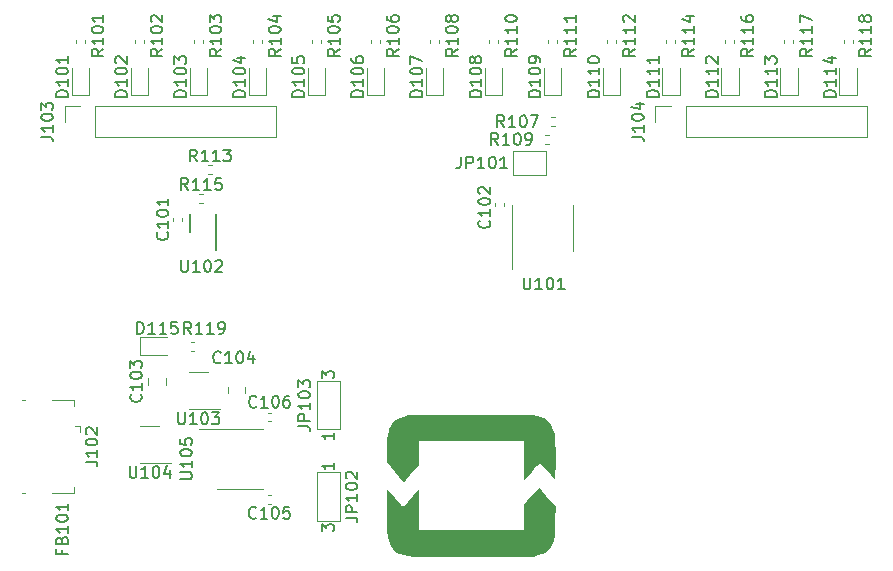
<source format=gbr>
%TF.GenerationSoftware,KiCad,Pcbnew,7.0.8-7.0.8~ubuntu23.04.1*%
%TF.CreationDate,2023-11-21T11:50:57+00:00*%
%TF.ProjectId,baggerdails,62616767-6572-4646-9169-6c732e6b6963,rev?*%
%TF.SameCoordinates,Original*%
%TF.FileFunction,Legend,Top*%
%TF.FilePolarity,Positive*%
%FSLAX46Y46*%
G04 Gerber Fmt 4.6, Leading zero omitted, Abs format (unit mm)*
G04 Created by KiCad (PCBNEW 7.0.8-7.0.8~ubuntu23.04.1) date 2023-11-21 11:50:57*
%MOMM*%
%LPD*%
G01*
G04 APERTURE LIST*
%ADD10C,0.150000*%
%ADD11C,0.120000*%
G04 APERTURE END LIST*
D10*
X108285714Y-84104819D02*
X108285714Y-84914342D01*
X108285714Y-84914342D02*
X108333333Y-85009580D01*
X108333333Y-85009580D02*
X108380952Y-85057200D01*
X108380952Y-85057200D02*
X108476190Y-85104819D01*
X108476190Y-85104819D02*
X108666666Y-85104819D01*
X108666666Y-85104819D02*
X108761904Y-85057200D01*
X108761904Y-85057200D02*
X108809523Y-85009580D01*
X108809523Y-85009580D02*
X108857142Y-84914342D01*
X108857142Y-84914342D02*
X108857142Y-84104819D01*
X109857142Y-85104819D02*
X109285714Y-85104819D01*
X109571428Y-85104819D02*
X109571428Y-84104819D01*
X109571428Y-84104819D02*
X109476190Y-84247676D01*
X109476190Y-84247676D02*
X109380952Y-84342914D01*
X109380952Y-84342914D02*
X109285714Y-84390533D01*
X110476190Y-84104819D02*
X110571428Y-84104819D01*
X110571428Y-84104819D02*
X110666666Y-84152438D01*
X110666666Y-84152438D02*
X110714285Y-84200057D01*
X110714285Y-84200057D02*
X110761904Y-84295295D01*
X110761904Y-84295295D02*
X110809523Y-84485771D01*
X110809523Y-84485771D02*
X110809523Y-84723866D01*
X110809523Y-84723866D02*
X110761904Y-84914342D01*
X110761904Y-84914342D02*
X110714285Y-85009580D01*
X110714285Y-85009580D02*
X110666666Y-85057200D01*
X110666666Y-85057200D02*
X110571428Y-85104819D01*
X110571428Y-85104819D02*
X110476190Y-85104819D01*
X110476190Y-85104819D02*
X110380952Y-85057200D01*
X110380952Y-85057200D02*
X110333333Y-85009580D01*
X110333333Y-85009580D02*
X110285714Y-84914342D01*
X110285714Y-84914342D02*
X110238095Y-84723866D01*
X110238095Y-84723866D02*
X110238095Y-84485771D01*
X110238095Y-84485771D02*
X110285714Y-84295295D01*
X110285714Y-84295295D02*
X110333333Y-84200057D01*
X110333333Y-84200057D02*
X110380952Y-84152438D01*
X110380952Y-84152438D02*
X110476190Y-84104819D01*
X111142857Y-84104819D02*
X111761904Y-84104819D01*
X111761904Y-84104819D02*
X111428571Y-84485771D01*
X111428571Y-84485771D02*
X111571428Y-84485771D01*
X111571428Y-84485771D02*
X111666666Y-84533390D01*
X111666666Y-84533390D02*
X111714285Y-84581009D01*
X111714285Y-84581009D02*
X111761904Y-84676247D01*
X111761904Y-84676247D02*
X111761904Y-84914342D01*
X111761904Y-84914342D02*
X111714285Y-85009580D01*
X111714285Y-85009580D02*
X111666666Y-85057200D01*
X111666666Y-85057200D02*
X111571428Y-85104819D01*
X111571428Y-85104819D02*
X111285714Y-85104819D01*
X111285714Y-85104819D02*
X111190476Y-85057200D01*
X111190476Y-85057200D02*
X111142857Y-85009580D01*
X98431009Y-95785714D02*
X98431009Y-96119047D01*
X98954819Y-96119047D02*
X97954819Y-96119047D01*
X97954819Y-96119047D02*
X97954819Y-95642857D01*
X98431009Y-94928571D02*
X98478628Y-94785714D01*
X98478628Y-94785714D02*
X98526247Y-94738095D01*
X98526247Y-94738095D02*
X98621485Y-94690476D01*
X98621485Y-94690476D02*
X98764342Y-94690476D01*
X98764342Y-94690476D02*
X98859580Y-94738095D01*
X98859580Y-94738095D02*
X98907200Y-94785714D01*
X98907200Y-94785714D02*
X98954819Y-94880952D01*
X98954819Y-94880952D02*
X98954819Y-95261904D01*
X98954819Y-95261904D02*
X97954819Y-95261904D01*
X97954819Y-95261904D02*
X97954819Y-94928571D01*
X97954819Y-94928571D02*
X98002438Y-94833333D01*
X98002438Y-94833333D02*
X98050057Y-94785714D01*
X98050057Y-94785714D02*
X98145295Y-94738095D01*
X98145295Y-94738095D02*
X98240533Y-94738095D01*
X98240533Y-94738095D02*
X98335771Y-94785714D01*
X98335771Y-94785714D02*
X98383390Y-94833333D01*
X98383390Y-94833333D02*
X98431009Y-94928571D01*
X98431009Y-94928571D02*
X98431009Y-95261904D01*
X98954819Y-93738095D02*
X98954819Y-94309523D01*
X98954819Y-94023809D02*
X97954819Y-94023809D01*
X97954819Y-94023809D02*
X98097676Y-94119047D01*
X98097676Y-94119047D02*
X98192914Y-94214285D01*
X98192914Y-94214285D02*
X98240533Y-94309523D01*
X97954819Y-93119047D02*
X97954819Y-93023809D01*
X97954819Y-93023809D02*
X98002438Y-92928571D01*
X98002438Y-92928571D02*
X98050057Y-92880952D01*
X98050057Y-92880952D02*
X98145295Y-92833333D01*
X98145295Y-92833333D02*
X98335771Y-92785714D01*
X98335771Y-92785714D02*
X98573866Y-92785714D01*
X98573866Y-92785714D02*
X98764342Y-92833333D01*
X98764342Y-92833333D02*
X98859580Y-92880952D01*
X98859580Y-92880952D02*
X98907200Y-92928571D01*
X98907200Y-92928571D02*
X98954819Y-93023809D01*
X98954819Y-93023809D02*
X98954819Y-93119047D01*
X98954819Y-93119047D02*
X98907200Y-93214285D01*
X98907200Y-93214285D02*
X98859580Y-93261904D01*
X98859580Y-93261904D02*
X98764342Y-93309523D01*
X98764342Y-93309523D02*
X98573866Y-93357142D01*
X98573866Y-93357142D02*
X98335771Y-93357142D01*
X98335771Y-93357142D02*
X98145295Y-93309523D01*
X98145295Y-93309523D02*
X98050057Y-93261904D01*
X98050057Y-93261904D02*
X98002438Y-93214285D01*
X98002438Y-93214285D02*
X97954819Y-93119047D01*
X98954819Y-91833333D02*
X98954819Y-92404761D01*
X98954819Y-92119047D02*
X97954819Y-92119047D01*
X97954819Y-92119047D02*
X98097676Y-92214285D01*
X98097676Y-92214285D02*
X98192914Y-92309523D01*
X98192914Y-92309523D02*
X98240533Y-92404761D01*
X118454819Y-85285714D02*
X119169104Y-85285714D01*
X119169104Y-85285714D02*
X119311961Y-85333333D01*
X119311961Y-85333333D02*
X119407200Y-85428571D01*
X119407200Y-85428571D02*
X119454819Y-85571428D01*
X119454819Y-85571428D02*
X119454819Y-85666666D01*
X119454819Y-84809523D02*
X118454819Y-84809523D01*
X118454819Y-84809523D02*
X118454819Y-84428571D01*
X118454819Y-84428571D02*
X118502438Y-84333333D01*
X118502438Y-84333333D02*
X118550057Y-84285714D01*
X118550057Y-84285714D02*
X118645295Y-84238095D01*
X118645295Y-84238095D02*
X118788152Y-84238095D01*
X118788152Y-84238095D02*
X118883390Y-84285714D01*
X118883390Y-84285714D02*
X118931009Y-84333333D01*
X118931009Y-84333333D02*
X118978628Y-84428571D01*
X118978628Y-84428571D02*
X118978628Y-84809523D01*
X119454819Y-83285714D02*
X119454819Y-83857142D01*
X119454819Y-83571428D02*
X118454819Y-83571428D01*
X118454819Y-83571428D02*
X118597676Y-83666666D01*
X118597676Y-83666666D02*
X118692914Y-83761904D01*
X118692914Y-83761904D02*
X118740533Y-83857142D01*
X118454819Y-82666666D02*
X118454819Y-82571428D01*
X118454819Y-82571428D02*
X118502438Y-82476190D01*
X118502438Y-82476190D02*
X118550057Y-82428571D01*
X118550057Y-82428571D02*
X118645295Y-82380952D01*
X118645295Y-82380952D02*
X118835771Y-82333333D01*
X118835771Y-82333333D02*
X119073866Y-82333333D01*
X119073866Y-82333333D02*
X119264342Y-82380952D01*
X119264342Y-82380952D02*
X119359580Y-82428571D01*
X119359580Y-82428571D02*
X119407200Y-82476190D01*
X119407200Y-82476190D02*
X119454819Y-82571428D01*
X119454819Y-82571428D02*
X119454819Y-82666666D01*
X119454819Y-82666666D02*
X119407200Y-82761904D01*
X119407200Y-82761904D02*
X119359580Y-82809523D01*
X119359580Y-82809523D02*
X119264342Y-82857142D01*
X119264342Y-82857142D02*
X119073866Y-82904761D01*
X119073866Y-82904761D02*
X118835771Y-82904761D01*
X118835771Y-82904761D02*
X118645295Y-82857142D01*
X118645295Y-82857142D02*
X118550057Y-82809523D01*
X118550057Y-82809523D02*
X118502438Y-82761904D01*
X118502438Y-82761904D02*
X118454819Y-82666666D01*
X118454819Y-81999999D02*
X118454819Y-81380952D01*
X118454819Y-81380952D02*
X118835771Y-81714285D01*
X118835771Y-81714285D02*
X118835771Y-81571428D01*
X118835771Y-81571428D02*
X118883390Y-81476190D01*
X118883390Y-81476190D02*
X118931009Y-81428571D01*
X118931009Y-81428571D02*
X119026247Y-81380952D01*
X119026247Y-81380952D02*
X119264342Y-81380952D01*
X119264342Y-81380952D02*
X119359580Y-81428571D01*
X119359580Y-81428571D02*
X119407200Y-81476190D01*
X119407200Y-81476190D02*
X119454819Y-81571428D01*
X119454819Y-81571428D02*
X119454819Y-81857142D01*
X119454819Y-81857142D02*
X119407200Y-81952380D01*
X119407200Y-81952380D02*
X119359580Y-81999999D01*
X120454819Y-81233332D02*
X120454819Y-80614285D01*
X120454819Y-80614285D02*
X120835771Y-80947618D01*
X120835771Y-80947618D02*
X120835771Y-80804761D01*
X120835771Y-80804761D02*
X120883390Y-80709523D01*
X120883390Y-80709523D02*
X120931009Y-80661904D01*
X120931009Y-80661904D02*
X121026247Y-80614285D01*
X121026247Y-80614285D02*
X121264342Y-80614285D01*
X121264342Y-80614285D02*
X121359580Y-80661904D01*
X121359580Y-80661904D02*
X121407200Y-80709523D01*
X121407200Y-80709523D02*
X121454819Y-80804761D01*
X121454819Y-80804761D02*
X121454819Y-81090475D01*
X121454819Y-81090475D02*
X121407200Y-81185713D01*
X121407200Y-81185713D02*
X121359580Y-81233332D01*
X121454819Y-85814285D02*
X121454819Y-86385713D01*
X121454819Y-86099999D02*
X120454819Y-86099999D01*
X120454819Y-86099999D02*
X120597676Y-86195237D01*
X120597676Y-86195237D02*
X120692914Y-86290475D01*
X120692914Y-86290475D02*
X120740533Y-86385713D01*
X118954819Y-57402975D02*
X117954819Y-57402975D01*
X117954819Y-57402975D02*
X117954819Y-57164880D01*
X117954819Y-57164880D02*
X118002438Y-57022023D01*
X118002438Y-57022023D02*
X118097676Y-56926785D01*
X118097676Y-56926785D02*
X118192914Y-56879166D01*
X118192914Y-56879166D02*
X118383390Y-56831547D01*
X118383390Y-56831547D02*
X118526247Y-56831547D01*
X118526247Y-56831547D02*
X118716723Y-56879166D01*
X118716723Y-56879166D02*
X118811961Y-56926785D01*
X118811961Y-56926785D02*
X118907200Y-57022023D01*
X118907200Y-57022023D02*
X118954819Y-57164880D01*
X118954819Y-57164880D02*
X118954819Y-57402975D01*
X118954819Y-55879166D02*
X118954819Y-56450594D01*
X118954819Y-56164880D02*
X117954819Y-56164880D01*
X117954819Y-56164880D02*
X118097676Y-56260118D01*
X118097676Y-56260118D02*
X118192914Y-56355356D01*
X118192914Y-56355356D02*
X118240533Y-56450594D01*
X117954819Y-55260118D02*
X117954819Y-55164880D01*
X117954819Y-55164880D02*
X118002438Y-55069642D01*
X118002438Y-55069642D02*
X118050057Y-55022023D01*
X118050057Y-55022023D02*
X118145295Y-54974404D01*
X118145295Y-54974404D02*
X118335771Y-54926785D01*
X118335771Y-54926785D02*
X118573866Y-54926785D01*
X118573866Y-54926785D02*
X118764342Y-54974404D01*
X118764342Y-54974404D02*
X118859580Y-55022023D01*
X118859580Y-55022023D02*
X118907200Y-55069642D01*
X118907200Y-55069642D02*
X118954819Y-55164880D01*
X118954819Y-55164880D02*
X118954819Y-55260118D01*
X118954819Y-55260118D02*
X118907200Y-55355356D01*
X118907200Y-55355356D02*
X118859580Y-55402975D01*
X118859580Y-55402975D02*
X118764342Y-55450594D01*
X118764342Y-55450594D02*
X118573866Y-55498213D01*
X118573866Y-55498213D02*
X118335771Y-55498213D01*
X118335771Y-55498213D02*
X118145295Y-55450594D01*
X118145295Y-55450594D02*
X118050057Y-55402975D01*
X118050057Y-55402975D02*
X118002438Y-55355356D01*
X118002438Y-55355356D02*
X117954819Y-55260118D01*
X117954819Y-54022023D02*
X117954819Y-54498213D01*
X117954819Y-54498213D02*
X118431009Y-54545832D01*
X118431009Y-54545832D02*
X118383390Y-54498213D01*
X118383390Y-54498213D02*
X118335771Y-54402975D01*
X118335771Y-54402975D02*
X118335771Y-54164880D01*
X118335771Y-54164880D02*
X118383390Y-54069642D01*
X118383390Y-54069642D02*
X118431009Y-54022023D01*
X118431009Y-54022023D02*
X118526247Y-53974404D01*
X118526247Y-53974404D02*
X118764342Y-53974404D01*
X118764342Y-53974404D02*
X118859580Y-54022023D01*
X118859580Y-54022023D02*
X118907200Y-54069642D01*
X118907200Y-54069642D02*
X118954819Y-54164880D01*
X118954819Y-54164880D02*
X118954819Y-54402975D01*
X118954819Y-54402975D02*
X118907200Y-54498213D01*
X118907200Y-54498213D02*
X118859580Y-54545832D01*
X158954819Y-57402975D02*
X157954819Y-57402975D01*
X157954819Y-57402975D02*
X157954819Y-57164880D01*
X157954819Y-57164880D02*
X158002438Y-57022023D01*
X158002438Y-57022023D02*
X158097676Y-56926785D01*
X158097676Y-56926785D02*
X158192914Y-56879166D01*
X158192914Y-56879166D02*
X158383390Y-56831547D01*
X158383390Y-56831547D02*
X158526247Y-56831547D01*
X158526247Y-56831547D02*
X158716723Y-56879166D01*
X158716723Y-56879166D02*
X158811961Y-56926785D01*
X158811961Y-56926785D02*
X158907200Y-57022023D01*
X158907200Y-57022023D02*
X158954819Y-57164880D01*
X158954819Y-57164880D02*
X158954819Y-57402975D01*
X158954819Y-55879166D02*
X158954819Y-56450594D01*
X158954819Y-56164880D02*
X157954819Y-56164880D01*
X157954819Y-56164880D02*
X158097676Y-56260118D01*
X158097676Y-56260118D02*
X158192914Y-56355356D01*
X158192914Y-56355356D02*
X158240533Y-56450594D01*
X158954819Y-54926785D02*
X158954819Y-55498213D01*
X158954819Y-55212499D02*
X157954819Y-55212499D01*
X157954819Y-55212499D02*
X158097676Y-55307737D01*
X158097676Y-55307737D02*
X158192914Y-55402975D01*
X158192914Y-55402975D02*
X158240533Y-55498213D01*
X157954819Y-54593451D02*
X157954819Y-53974404D01*
X157954819Y-53974404D02*
X158335771Y-54307737D01*
X158335771Y-54307737D02*
X158335771Y-54164880D01*
X158335771Y-54164880D02*
X158383390Y-54069642D01*
X158383390Y-54069642D02*
X158431009Y-54022023D01*
X158431009Y-54022023D02*
X158526247Y-53974404D01*
X158526247Y-53974404D02*
X158764342Y-53974404D01*
X158764342Y-53974404D02*
X158859580Y-54022023D01*
X158859580Y-54022023D02*
X158907200Y-54069642D01*
X158907200Y-54069642D02*
X158954819Y-54164880D01*
X158954819Y-54164880D02*
X158954819Y-54450594D01*
X158954819Y-54450594D02*
X158907200Y-54545832D01*
X158907200Y-54545832D02*
X158859580Y-54593451D01*
X107359580Y-68869047D02*
X107407200Y-68916666D01*
X107407200Y-68916666D02*
X107454819Y-69059523D01*
X107454819Y-69059523D02*
X107454819Y-69154761D01*
X107454819Y-69154761D02*
X107407200Y-69297618D01*
X107407200Y-69297618D02*
X107311961Y-69392856D01*
X107311961Y-69392856D02*
X107216723Y-69440475D01*
X107216723Y-69440475D02*
X107026247Y-69488094D01*
X107026247Y-69488094D02*
X106883390Y-69488094D01*
X106883390Y-69488094D02*
X106692914Y-69440475D01*
X106692914Y-69440475D02*
X106597676Y-69392856D01*
X106597676Y-69392856D02*
X106502438Y-69297618D01*
X106502438Y-69297618D02*
X106454819Y-69154761D01*
X106454819Y-69154761D02*
X106454819Y-69059523D01*
X106454819Y-69059523D02*
X106502438Y-68916666D01*
X106502438Y-68916666D02*
X106550057Y-68869047D01*
X107454819Y-67916666D02*
X107454819Y-68488094D01*
X107454819Y-68202380D02*
X106454819Y-68202380D01*
X106454819Y-68202380D02*
X106597676Y-68297618D01*
X106597676Y-68297618D02*
X106692914Y-68392856D01*
X106692914Y-68392856D02*
X106740533Y-68488094D01*
X106454819Y-67297618D02*
X106454819Y-67202380D01*
X106454819Y-67202380D02*
X106502438Y-67107142D01*
X106502438Y-67107142D02*
X106550057Y-67059523D01*
X106550057Y-67059523D02*
X106645295Y-67011904D01*
X106645295Y-67011904D02*
X106835771Y-66964285D01*
X106835771Y-66964285D02*
X107073866Y-66964285D01*
X107073866Y-66964285D02*
X107264342Y-67011904D01*
X107264342Y-67011904D02*
X107359580Y-67059523D01*
X107359580Y-67059523D02*
X107407200Y-67107142D01*
X107407200Y-67107142D02*
X107454819Y-67202380D01*
X107454819Y-67202380D02*
X107454819Y-67297618D01*
X107454819Y-67297618D02*
X107407200Y-67392856D01*
X107407200Y-67392856D02*
X107359580Y-67440475D01*
X107359580Y-67440475D02*
X107264342Y-67488094D01*
X107264342Y-67488094D02*
X107073866Y-67535713D01*
X107073866Y-67535713D02*
X106835771Y-67535713D01*
X106835771Y-67535713D02*
X106645295Y-67488094D01*
X106645295Y-67488094D02*
X106550057Y-67440475D01*
X106550057Y-67440475D02*
X106502438Y-67392856D01*
X106502438Y-67392856D02*
X106454819Y-67297618D01*
X107454819Y-66011904D02*
X107454819Y-66583332D01*
X107454819Y-66297618D02*
X106454819Y-66297618D01*
X106454819Y-66297618D02*
X106597676Y-66392856D01*
X106597676Y-66392856D02*
X106692914Y-66488094D01*
X106692914Y-66488094D02*
X106740533Y-66583332D01*
X135380952Y-61454819D02*
X135047619Y-60978628D01*
X134809524Y-61454819D02*
X134809524Y-60454819D01*
X134809524Y-60454819D02*
X135190476Y-60454819D01*
X135190476Y-60454819D02*
X135285714Y-60502438D01*
X135285714Y-60502438D02*
X135333333Y-60550057D01*
X135333333Y-60550057D02*
X135380952Y-60645295D01*
X135380952Y-60645295D02*
X135380952Y-60788152D01*
X135380952Y-60788152D02*
X135333333Y-60883390D01*
X135333333Y-60883390D02*
X135285714Y-60931009D01*
X135285714Y-60931009D02*
X135190476Y-60978628D01*
X135190476Y-60978628D02*
X134809524Y-60978628D01*
X136333333Y-61454819D02*
X135761905Y-61454819D01*
X136047619Y-61454819D02*
X136047619Y-60454819D01*
X136047619Y-60454819D02*
X135952381Y-60597676D01*
X135952381Y-60597676D02*
X135857143Y-60692914D01*
X135857143Y-60692914D02*
X135761905Y-60740533D01*
X136952381Y-60454819D02*
X137047619Y-60454819D01*
X137047619Y-60454819D02*
X137142857Y-60502438D01*
X137142857Y-60502438D02*
X137190476Y-60550057D01*
X137190476Y-60550057D02*
X137238095Y-60645295D01*
X137238095Y-60645295D02*
X137285714Y-60835771D01*
X137285714Y-60835771D02*
X137285714Y-61073866D01*
X137285714Y-61073866D02*
X137238095Y-61264342D01*
X137238095Y-61264342D02*
X137190476Y-61359580D01*
X137190476Y-61359580D02*
X137142857Y-61407200D01*
X137142857Y-61407200D02*
X137047619Y-61454819D01*
X137047619Y-61454819D02*
X136952381Y-61454819D01*
X136952381Y-61454819D02*
X136857143Y-61407200D01*
X136857143Y-61407200D02*
X136809524Y-61359580D01*
X136809524Y-61359580D02*
X136761905Y-61264342D01*
X136761905Y-61264342D02*
X136714286Y-61073866D01*
X136714286Y-61073866D02*
X136714286Y-60835771D01*
X136714286Y-60835771D02*
X136761905Y-60645295D01*
X136761905Y-60645295D02*
X136809524Y-60550057D01*
X136809524Y-60550057D02*
X136857143Y-60502438D01*
X136857143Y-60502438D02*
X136952381Y-60454819D01*
X137761905Y-61454819D02*
X137952381Y-61454819D01*
X137952381Y-61454819D02*
X138047619Y-61407200D01*
X138047619Y-61407200D02*
X138095238Y-61359580D01*
X138095238Y-61359580D02*
X138190476Y-61216723D01*
X138190476Y-61216723D02*
X138238095Y-61026247D01*
X138238095Y-61026247D02*
X138238095Y-60645295D01*
X138238095Y-60645295D02*
X138190476Y-60550057D01*
X138190476Y-60550057D02*
X138142857Y-60502438D01*
X138142857Y-60502438D02*
X138047619Y-60454819D01*
X138047619Y-60454819D02*
X137857143Y-60454819D01*
X137857143Y-60454819D02*
X137761905Y-60502438D01*
X137761905Y-60502438D02*
X137714286Y-60550057D01*
X137714286Y-60550057D02*
X137666667Y-60645295D01*
X137666667Y-60645295D02*
X137666667Y-60883390D01*
X137666667Y-60883390D02*
X137714286Y-60978628D01*
X137714286Y-60978628D02*
X137761905Y-61026247D01*
X137761905Y-61026247D02*
X137857143Y-61073866D01*
X137857143Y-61073866D02*
X138047619Y-61073866D01*
X138047619Y-61073866D02*
X138142857Y-61026247D01*
X138142857Y-61026247D02*
X138190476Y-60978628D01*
X138190476Y-60978628D02*
X138238095Y-60883390D01*
X151954819Y-53331547D02*
X151478628Y-53664880D01*
X151954819Y-53902975D02*
X150954819Y-53902975D01*
X150954819Y-53902975D02*
X150954819Y-53522023D01*
X150954819Y-53522023D02*
X151002438Y-53426785D01*
X151002438Y-53426785D02*
X151050057Y-53379166D01*
X151050057Y-53379166D02*
X151145295Y-53331547D01*
X151145295Y-53331547D02*
X151288152Y-53331547D01*
X151288152Y-53331547D02*
X151383390Y-53379166D01*
X151383390Y-53379166D02*
X151431009Y-53426785D01*
X151431009Y-53426785D02*
X151478628Y-53522023D01*
X151478628Y-53522023D02*
X151478628Y-53902975D01*
X151954819Y-52379166D02*
X151954819Y-52950594D01*
X151954819Y-52664880D02*
X150954819Y-52664880D01*
X150954819Y-52664880D02*
X151097676Y-52760118D01*
X151097676Y-52760118D02*
X151192914Y-52855356D01*
X151192914Y-52855356D02*
X151240533Y-52950594D01*
X151954819Y-51426785D02*
X151954819Y-51998213D01*
X151954819Y-51712499D02*
X150954819Y-51712499D01*
X150954819Y-51712499D02*
X151097676Y-51807737D01*
X151097676Y-51807737D02*
X151192914Y-51902975D01*
X151192914Y-51902975D02*
X151240533Y-51998213D01*
X151288152Y-50569642D02*
X151954819Y-50569642D01*
X150907200Y-50807737D02*
X151621485Y-51045832D01*
X151621485Y-51045832D02*
X151621485Y-50426785D01*
X98954819Y-57402975D02*
X97954819Y-57402975D01*
X97954819Y-57402975D02*
X97954819Y-57164880D01*
X97954819Y-57164880D02*
X98002438Y-57022023D01*
X98002438Y-57022023D02*
X98097676Y-56926785D01*
X98097676Y-56926785D02*
X98192914Y-56879166D01*
X98192914Y-56879166D02*
X98383390Y-56831547D01*
X98383390Y-56831547D02*
X98526247Y-56831547D01*
X98526247Y-56831547D02*
X98716723Y-56879166D01*
X98716723Y-56879166D02*
X98811961Y-56926785D01*
X98811961Y-56926785D02*
X98907200Y-57022023D01*
X98907200Y-57022023D02*
X98954819Y-57164880D01*
X98954819Y-57164880D02*
X98954819Y-57402975D01*
X98954819Y-55879166D02*
X98954819Y-56450594D01*
X98954819Y-56164880D02*
X97954819Y-56164880D01*
X97954819Y-56164880D02*
X98097676Y-56260118D01*
X98097676Y-56260118D02*
X98192914Y-56355356D01*
X98192914Y-56355356D02*
X98240533Y-56450594D01*
X97954819Y-55260118D02*
X97954819Y-55164880D01*
X97954819Y-55164880D02*
X98002438Y-55069642D01*
X98002438Y-55069642D02*
X98050057Y-55022023D01*
X98050057Y-55022023D02*
X98145295Y-54974404D01*
X98145295Y-54974404D02*
X98335771Y-54926785D01*
X98335771Y-54926785D02*
X98573866Y-54926785D01*
X98573866Y-54926785D02*
X98764342Y-54974404D01*
X98764342Y-54974404D02*
X98859580Y-55022023D01*
X98859580Y-55022023D02*
X98907200Y-55069642D01*
X98907200Y-55069642D02*
X98954819Y-55164880D01*
X98954819Y-55164880D02*
X98954819Y-55260118D01*
X98954819Y-55260118D02*
X98907200Y-55355356D01*
X98907200Y-55355356D02*
X98859580Y-55402975D01*
X98859580Y-55402975D02*
X98764342Y-55450594D01*
X98764342Y-55450594D02*
X98573866Y-55498213D01*
X98573866Y-55498213D02*
X98335771Y-55498213D01*
X98335771Y-55498213D02*
X98145295Y-55450594D01*
X98145295Y-55450594D02*
X98050057Y-55402975D01*
X98050057Y-55402975D02*
X98002438Y-55355356D01*
X98002438Y-55355356D02*
X97954819Y-55260118D01*
X98954819Y-53974404D02*
X98954819Y-54545832D01*
X98954819Y-54260118D02*
X97954819Y-54260118D01*
X97954819Y-54260118D02*
X98097676Y-54355356D01*
X98097676Y-54355356D02*
X98192914Y-54450594D01*
X98192914Y-54450594D02*
X98240533Y-54545832D01*
X111880952Y-79859580D02*
X111833333Y-79907200D01*
X111833333Y-79907200D02*
X111690476Y-79954819D01*
X111690476Y-79954819D02*
X111595238Y-79954819D01*
X111595238Y-79954819D02*
X111452381Y-79907200D01*
X111452381Y-79907200D02*
X111357143Y-79811961D01*
X111357143Y-79811961D02*
X111309524Y-79716723D01*
X111309524Y-79716723D02*
X111261905Y-79526247D01*
X111261905Y-79526247D02*
X111261905Y-79383390D01*
X111261905Y-79383390D02*
X111309524Y-79192914D01*
X111309524Y-79192914D02*
X111357143Y-79097676D01*
X111357143Y-79097676D02*
X111452381Y-79002438D01*
X111452381Y-79002438D02*
X111595238Y-78954819D01*
X111595238Y-78954819D02*
X111690476Y-78954819D01*
X111690476Y-78954819D02*
X111833333Y-79002438D01*
X111833333Y-79002438D02*
X111880952Y-79050057D01*
X112833333Y-79954819D02*
X112261905Y-79954819D01*
X112547619Y-79954819D02*
X112547619Y-78954819D01*
X112547619Y-78954819D02*
X112452381Y-79097676D01*
X112452381Y-79097676D02*
X112357143Y-79192914D01*
X112357143Y-79192914D02*
X112261905Y-79240533D01*
X113452381Y-78954819D02*
X113547619Y-78954819D01*
X113547619Y-78954819D02*
X113642857Y-79002438D01*
X113642857Y-79002438D02*
X113690476Y-79050057D01*
X113690476Y-79050057D02*
X113738095Y-79145295D01*
X113738095Y-79145295D02*
X113785714Y-79335771D01*
X113785714Y-79335771D02*
X113785714Y-79573866D01*
X113785714Y-79573866D02*
X113738095Y-79764342D01*
X113738095Y-79764342D02*
X113690476Y-79859580D01*
X113690476Y-79859580D02*
X113642857Y-79907200D01*
X113642857Y-79907200D02*
X113547619Y-79954819D01*
X113547619Y-79954819D02*
X113452381Y-79954819D01*
X113452381Y-79954819D02*
X113357143Y-79907200D01*
X113357143Y-79907200D02*
X113309524Y-79859580D01*
X113309524Y-79859580D02*
X113261905Y-79764342D01*
X113261905Y-79764342D02*
X113214286Y-79573866D01*
X113214286Y-79573866D02*
X113214286Y-79335771D01*
X113214286Y-79335771D02*
X113261905Y-79145295D01*
X113261905Y-79145295D02*
X113309524Y-79050057D01*
X113309524Y-79050057D02*
X113357143Y-79002438D01*
X113357143Y-79002438D02*
X113452381Y-78954819D01*
X114642857Y-79288152D02*
X114642857Y-79954819D01*
X114404762Y-78907200D02*
X114166667Y-79621485D01*
X114166667Y-79621485D02*
X114785714Y-79621485D01*
X146954819Y-53331547D02*
X146478628Y-53664880D01*
X146954819Y-53902975D02*
X145954819Y-53902975D01*
X145954819Y-53902975D02*
X145954819Y-53522023D01*
X145954819Y-53522023D02*
X146002438Y-53426785D01*
X146002438Y-53426785D02*
X146050057Y-53379166D01*
X146050057Y-53379166D02*
X146145295Y-53331547D01*
X146145295Y-53331547D02*
X146288152Y-53331547D01*
X146288152Y-53331547D02*
X146383390Y-53379166D01*
X146383390Y-53379166D02*
X146431009Y-53426785D01*
X146431009Y-53426785D02*
X146478628Y-53522023D01*
X146478628Y-53522023D02*
X146478628Y-53902975D01*
X146954819Y-52379166D02*
X146954819Y-52950594D01*
X146954819Y-52664880D02*
X145954819Y-52664880D01*
X145954819Y-52664880D02*
X146097676Y-52760118D01*
X146097676Y-52760118D02*
X146192914Y-52855356D01*
X146192914Y-52855356D02*
X146240533Y-52950594D01*
X146954819Y-51426785D02*
X146954819Y-51998213D01*
X146954819Y-51712499D02*
X145954819Y-51712499D01*
X145954819Y-51712499D02*
X146097676Y-51807737D01*
X146097676Y-51807737D02*
X146192914Y-51902975D01*
X146192914Y-51902975D02*
X146240533Y-51998213D01*
X146050057Y-51045832D02*
X146002438Y-50998213D01*
X146002438Y-50998213D02*
X145954819Y-50902975D01*
X145954819Y-50902975D02*
X145954819Y-50664880D01*
X145954819Y-50664880D02*
X146002438Y-50569642D01*
X146002438Y-50569642D02*
X146050057Y-50522023D01*
X146050057Y-50522023D02*
X146145295Y-50474404D01*
X146145295Y-50474404D02*
X146240533Y-50474404D01*
X146240533Y-50474404D02*
X146383390Y-50522023D01*
X146383390Y-50522023D02*
X146954819Y-51093451D01*
X146954819Y-51093451D02*
X146954819Y-50474404D01*
X161954819Y-53331547D02*
X161478628Y-53664880D01*
X161954819Y-53902975D02*
X160954819Y-53902975D01*
X160954819Y-53902975D02*
X160954819Y-53522023D01*
X160954819Y-53522023D02*
X161002438Y-53426785D01*
X161002438Y-53426785D02*
X161050057Y-53379166D01*
X161050057Y-53379166D02*
X161145295Y-53331547D01*
X161145295Y-53331547D02*
X161288152Y-53331547D01*
X161288152Y-53331547D02*
X161383390Y-53379166D01*
X161383390Y-53379166D02*
X161431009Y-53426785D01*
X161431009Y-53426785D02*
X161478628Y-53522023D01*
X161478628Y-53522023D02*
X161478628Y-53902975D01*
X161954819Y-52379166D02*
X161954819Y-52950594D01*
X161954819Y-52664880D02*
X160954819Y-52664880D01*
X160954819Y-52664880D02*
X161097676Y-52760118D01*
X161097676Y-52760118D02*
X161192914Y-52855356D01*
X161192914Y-52855356D02*
X161240533Y-52950594D01*
X161954819Y-51426785D02*
X161954819Y-51998213D01*
X161954819Y-51712499D02*
X160954819Y-51712499D01*
X160954819Y-51712499D02*
X161097676Y-51807737D01*
X161097676Y-51807737D02*
X161192914Y-51902975D01*
X161192914Y-51902975D02*
X161240533Y-51998213D01*
X160954819Y-51093451D02*
X160954819Y-50426785D01*
X160954819Y-50426785D02*
X161954819Y-50855356D01*
X114900952Y-83609580D02*
X114853333Y-83657200D01*
X114853333Y-83657200D02*
X114710476Y-83704819D01*
X114710476Y-83704819D02*
X114615238Y-83704819D01*
X114615238Y-83704819D02*
X114472381Y-83657200D01*
X114472381Y-83657200D02*
X114377143Y-83561961D01*
X114377143Y-83561961D02*
X114329524Y-83466723D01*
X114329524Y-83466723D02*
X114281905Y-83276247D01*
X114281905Y-83276247D02*
X114281905Y-83133390D01*
X114281905Y-83133390D02*
X114329524Y-82942914D01*
X114329524Y-82942914D02*
X114377143Y-82847676D01*
X114377143Y-82847676D02*
X114472381Y-82752438D01*
X114472381Y-82752438D02*
X114615238Y-82704819D01*
X114615238Y-82704819D02*
X114710476Y-82704819D01*
X114710476Y-82704819D02*
X114853333Y-82752438D01*
X114853333Y-82752438D02*
X114900952Y-82800057D01*
X115853333Y-83704819D02*
X115281905Y-83704819D01*
X115567619Y-83704819D02*
X115567619Y-82704819D01*
X115567619Y-82704819D02*
X115472381Y-82847676D01*
X115472381Y-82847676D02*
X115377143Y-82942914D01*
X115377143Y-82942914D02*
X115281905Y-82990533D01*
X116472381Y-82704819D02*
X116567619Y-82704819D01*
X116567619Y-82704819D02*
X116662857Y-82752438D01*
X116662857Y-82752438D02*
X116710476Y-82800057D01*
X116710476Y-82800057D02*
X116758095Y-82895295D01*
X116758095Y-82895295D02*
X116805714Y-83085771D01*
X116805714Y-83085771D02*
X116805714Y-83323866D01*
X116805714Y-83323866D02*
X116758095Y-83514342D01*
X116758095Y-83514342D02*
X116710476Y-83609580D01*
X116710476Y-83609580D02*
X116662857Y-83657200D01*
X116662857Y-83657200D02*
X116567619Y-83704819D01*
X116567619Y-83704819D02*
X116472381Y-83704819D01*
X116472381Y-83704819D02*
X116377143Y-83657200D01*
X116377143Y-83657200D02*
X116329524Y-83609580D01*
X116329524Y-83609580D02*
X116281905Y-83514342D01*
X116281905Y-83514342D02*
X116234286Y-83323866D01*
X116234286Y-83323866D02*
X116234286Y-83085771D01*
X116234286Y-83085771D02*
X116281905Y-82895295D01*
X116281905Y-82895295D02*
X116329524Y-82800057D01*
X116329524Y-82800057D02*
X116377143Y-82752438D01*
X116377143Y-82752438D02*
X116472381Y-82704819D01*
X117662857Y-82704819D02*
X117472381Y-82704819D01*
X117472381Y-82704819D02*
X117377143Y-82752438D01*
X117377143Y-82752438D02*
X117329524Y-82800057D01*
X117329524Y-82800057D02*
X117234286Y-82942914D01*
X117234286Y-82942914D02*
X117186667Y-83133390D01*
X117186667Y-83133390D02*
X117186667Y-83514342D01*
X117186667Y-83514342D02*
X117234286Y-83609580D01*
X117234286Y-83609580D02*
X117281905Y-83657200D01*
X117281905Y-83657200D02*
X117377143Y-83704819D01*
X117377143Y-83704819D02*
X117567619Y-83704819D01*
X117567619Y-83704819D02*
X117662857Y-83657200D01*
X117662857Y-83657200D02*
X117710476Y-83609580D01*
X117710476Y-83609580D02*
X117758095Y-83514342D01*
X117758095Y-83514342D02*
X117758095Y-83276247D01*
X117758095Y-83276247D02*
X117710476Y-83181009D01*
X117710476Y-83181009D02*
X117662857Y-83133390D01*
X117662857Y-83133390D02*
X117567619Y-83085771D01*
X117567619Y-83085771D02*
X117377143Y-83085771D01*
X117377143Y-83085771D02*
X117281905Y-83133390D01*
X117281905Y-83133390D02*
X117234286Y-83181009D01*
X117234286Y-83181009D02*
X117186667Y-83276247D01*
X133954819Y-57402975D02*
X132954819Y-57402975D01*
X132954819Y-57402975D02*
X132954819Y-57164880D01*
X132954819Y-57164880D02*
X133002438Y-57022023D01*
X133002438Y-57022023D02*
X133097676Y-56926785D01*
X133097676Y-56926785D02*
X133192914Y-56879166D01*
X133192914Y-56879166D02*
X133383390Y-56831547D01*
X133383390Y-56831547D02*
X133526247Y-56831547D01*
X133526247Y-56831547D02*
X133716723Y-56879166D01*
X133716723Y-56879166D02*
X133811961Y-56926785D01*
X133811961Y-56926785D02*
X133907200Y-57022023D01*
X133907200Y-57022023D02*
X133954819Y-57164880D01*
X133954819Y-57164880D02*
X133954819Y-57402975D01*
X133954819Y-55879166D02*
X133954819Y-56450594D01*
X133954819Y-56164880D02*
X132954819Y-56164880D01*
X132954819Y-56164880D02*
X133097676Y-56260118D01*
X133097676Y-56260118D02*
X133192914Y-56355356D01*
X133192914Y-56355356D02*
X133240533Y-56450594D01*
X132954819Y-55260118D02*
X132954819Y-55164880D01*
X132954819Y-55164880D02*
X133002438Y-55069642D01*
X133002438Y-55069642D02*
X133050057Y-55022023D01*
X133050057Y-55022023D02*
X133145295Y-54974404D01*
X133145295Y-54974404D02*
X133335771Y-54926785D01*
X133335771Y-54926785D02*
X133573866Y-54926785D01*
X133573866Y-54926785D02*
X133764342Y-54974404D01*
X133764342Y-54974404D02*
X133859580Y-55022023D01*
X133859580Y-55022023D02*
X133907200Y-55069642D01*
X133907200Y-55069642D02*
X133954819Y-55164880D01*
X133954819Y-55164880D02*
X133954819Y-55260118D01*
X133954819Y-55260118D02*
X133907200Y-55355356D01*
X133907200Y-55355356D02*
X133859580Y-55402975D01*
X133859580Y-55402975D02*
X133764342Y-55450594D01*
X133764342Y-55450594D02*
X133573866Y-55498213D01*
X133573866Y-55498213D02*
X133335771Y-55498213D01*
X133335771Y-55498213D02*
X133145295Y-55450594D01*
X133145295Y-55450594D02*
X133050057Y-55402975D01*
X133050057Y-55402975D02*
X133002438Y-55355356D01*
X133002438Y-55355356D02*
X132954819Y-55260118D01*
X133383390Y-54355356D02*
X133335771Y-54450594D01*
X133335771Y-54450594D02*
X133288152Y-54498213D01*
X133288152Y-54498213D02*
X133192914Y-54545832D01*
X133192914Y-54545832D02*
X133145295Y-54545832D01*
X133145295Y-54545832D02*
X133050057Y-54498213D01*
X133050057Y-54498213D02*
X133002438Y-54450594D01*
X133002438Y-54450594D02*
X132954819Y-54355356D01*
X132954819Y-54355356D02*
X132954819Y-54164880D01*
X132954819Y-54164880D02*
X133002438Y-54069642D01*
X133002438Y-54069642D02*
X133050057Y-54022023D01*
X133050057Y-54022023D02*
X133145295Y-53974404D01*
X133145295Y-53974404D02*
X133192914Y-53974404D01*
X133192914Y-53974404D02*
X133288152Y-54022023D01*
X133288152Y-54022023D02*
X133335771Y-54069642D01*
X133335771Y-54069642D02*
X133383390Y-54164880D01*
X133383390Y-54164880D02*
X133383390Y-54355356D01*
X133383390Y-54355356D02*
X133431009Y-54450594D01*
X133431009Y-54450594D02*
X133478628Y-54498213D01*
X133478628Y-54498213D02*
X133573866Y-54545832D01*
X133573866Y-54545832D02*
X133764342Y-54545832D01*
X133764342Y-54545832D02*
X133859580Y-54498213D01*
X133859580Y-54498213D02*
X133907200Y-54450594D01*
X133907200Y-54450594D02*
X133954819Y-54355356D01*
X133954819Y-54355356D02*
X133954819Y-54164880D01*
X133954819Y-54164880D02*
X133907200Y-54069642D01*
X133907200Y-54069642D02*
X133859580Y-54022023D01*
X133859580Y-54022023D02*
X133764342Y-53974404D01*
X133764342Y-53974404D02*
X133573866Y-53974404D01*
X133573866Y-53974404D02*
X133478628Y-54022023D01*
X133478628Y-54022023D02*
X133431009Y-54069642D01*
X133431009Y-54069642D02*
X133383390Y-54164880D01*
X156954819Y-53331547D02*
X156478628Y-53664880D01*
X156954819Y-53902975D02*
X155954819Y-53902975D01*
X155954819Y-53902975D02*
X155954819Y-53522023D01*
X155954819Y-53522023D02*
X156002438Y-53426785D01*
X156002438Y-53426785D02*
X156050057Y-53379166D01*
X156050057Y-53379166D02*
X156145295Y-53331547D01*
X156145295Y-53331547D02*
X156288152Y-53331547D01*
X156288152Y-53331547D02*
X156383390Y-53379166D01*
X156383390Y-53379166D02*
X156431009Y-53426785D01*
X156431009Y-53426785D02*
X156478628Y-53522023D01*
X156478628Y-53522023D02*
X156478628Y-53902975D01*
X156954819Y-52379166D02*
X156954819Y-52950594D01*
X156954819Y-52664880D02*
X155954819Y-52664880D01*
X155954819Y-52664880D02*
X156097676Y-52760118D01*
X156097676Y-52760118D02*
X156192914Y-52855356D01*
X156192914Y-52855356D02*
X156240533Y-52950594D01*
X156954819Y-51426785D02*
X156954819Y-51998213D01*
X156954819Y-51712499D02*
X155954819Y-51712499D01*
X155954819Y-51712499D02*
X156097676Y-51807737D01*
X156097676Y-51807737D02*
X156192914Y-51902975D01*
X156192914Y-51902975D02*
X156240533Y-51998213D01*
X155954819Y-50569642D02*
X155954819Y-50760118D01*
X155954819Y-50760118D02*
X156002438Y-50855356D01*
X156002438Y-50855356D02*
X156050057Y-50902975D01*
X156050057Y-50902975D02*
X156192914Y-50998213D01*
X156192914Y-50998213D02*
X156383390Y-51045832D01*
X156383390Y-51045832D02*
X156764342Y-51045832D01*
X156764342Y-51045832D02*
X156859580Y-50998213D01*
X156859580Y-50998213D02*
X156907200Y-50950594D01*
X156907200Y-50950594D02*
X156954819Y-50855356D01*
X156954819Y-50855356D02*
X156954819Y-50664880D01*
X156954819Y-50664880D02*
X156907200Y-50569642D01*
X156907200Y-50569642D02*
X156859580Y-50522023D01*
X156859580Y-50522023D02*
X156764342Y-50474404D01*
X156764342Y-50474404D02*
X156526247Y-50474404D01*
X156526247Y-50474404D02*
X156431009Y-50522023D01*
X156431009Y-50522023D02*
X156383390Y-50569642D01*
X156383390Y-50569642D02*
X156335771Y-50664880D01*
X156335771Y-50664880D02*
X156335771Y-50855356D01*
X156335771Y-50855356D02*
X156383390Y-50950594D01*
X156383390Y-50950594D02*
X156431009Y-50998213D01*
X156431009Y-50998213D02*
X156526247Y-51045832D01*
X105109580Y-82589047D02*
X105157200Y-82636666D01*
X105157200Y-82636666D02*
X105204819Y-82779523D01*
X105204819Y-82779523D02*
X105204819Y-82874761D01*
X105204819Y-82874761D02*
X105157200Y-83017618D01*
X105157200Y-83017618D02*
X105061961Y-83112856D01*
X105061961Y-83112856D02*
X104966723Y-83160475D01*
X104966723Y-83160475D02*
X104776247Y-83208094D01*
X104776247Y-83208094D02*
X104633390Y-83208094D01*
X104633390Y-83208094D02*
X104442914Y-83160475D01*
X104442914Y-83160475D02*
X104347676Y-83112856D01*
X104347676Y-83112856D02*
X104252438Y-83017618D01*
X104252438Y-83017618D02*
X104204819Y-82874761D01*
X104204819Y-82874761D02*
X104204819Y-82779523D01*
X104204819Y-82779523D02*
X104252438Y-82636666D01*
X104252438Y-82636666D02*
X104300057Y-82589047D01*
X105204819Y-81636666D02*
X105204819Y-82208094D01*
X105204819Y-81922380D02*
X104204819Y-81922380D01*
X104204819Y-81922380D02*
X104347676Y-82017618D01*
X104347676Y-82017618D02*
X104442914Y-82112856D01*
X104442914Y-82112856D02*
X104490533Y-82208094D01*
X104204819Y-81017618D02*
X104204819Y-80922380D01*
X104204819Y-80922380D02*
X104252438Y-80827142D01*
X104252438Y-80827142D02*
X104300057Y-80779523D01*
X104300057Y-80779523D02*
X104395295Y-80731904D01*
X104395295Y-80731904D02*
X104585771Y-80684285D01*
X104585771Y-80684285D02*
X104823866Y-80684285D01*
X104823866Y-80684285D02*
X105014342Y-80731904D01*
X105014342Y-80731904D02*
X105109580Y-80779523D01*
X105109580Y-80779523D02*
X105157200Y-80827142D01*
X105157200Y-80827142D02*
X105204819Y-80922380D01*
X105204819Y-80922380D02*
X105204819Y-81017618D01*
X105204819Y-81017618D02*
X105157200Y-81112856D01*
X105157200Y-81112856D02*
X105109580Y-81160475D01*
X105109580Y-81160475D02*
X105014342Y-81208094D01*
X105014342Y-81208094D02*
X104823866Y-81255713D01*
X104823866Y-81255713D02*
X104585771Y-81255713D01*
X104585771Y-81255713D02*
X104395295Y-81208094D01*
X104395295Y-81208094D02*
X104300057Y-81160475D01*
X104300057Y-81160475D02*
X104252438Y-81112856D01*
X104252438Y-81112856D02*
X104204819Y-81017618D01*
X104204819Y-80350951D02*
X104204819Y-79731904D01*
X104204819Y-79731904D02*
X104585771Y-80065237D01*
X104585771Y-80065237D02*
X104585771Y-79922380D01*
X104585771Y-79922380D02*
X104633390Y-79827142D01*
X104633390Y-79827142D02*
X104681009Y-79779523D01*
X104681009Y-79779523D02*
X104776247Y-79731904D01*
X104776247Y-79731904D02*
X105014342Y-79731904D01*
X105014342Y-79731904D02*
X105109580Y-79779523D01*
X105109580Y-79779523D02*
X105157200Y-79827142D01*
X105157200Y-79827142D02*
X105204819Y-79922380D01*
X105204819Y-79922380D02*
X105204819Y-80208094D01*
X105204819Y-80208094D02*
X105157200Y-80303332D01*
X105157200Y-80303332D02*
X105109580Y-80350951D01*
X106954819Y-53331547D02*
X106478628Y-53664880D01*
X106954819Y-53902975D02*
X105954819Y-53902975D01*
X105954819Y-53902975D02*
X105954819Y-53522023D01*
X105954819Y-53522023D02*
X106002438Y-53426785D01*
X106002438Y-53426785D02*
X106050057Y-53379166D01*
X106050057Y-53379166D02*
X106145295Y-53331547D01*
X106145295Y-53331547D02*
X106288152Y-53331547D01*
X106288152Y-53331547D02*
X106383390Y-53379166D01*
X106383390Y-53379166D02*
X106431009Y-53426785D01*
X106431009Y-53426785D02*
X106478628Y-53522023D01*
X106478628Y-53522023D02*
X106478628Y-53902975D01*
X106954819Y-52379166D02*
X106954819Y-52950594D01*
X106954819Y-52664880D02*
X105954819Y-52664880D01*
X105954819Y-52664880D02*
X106097676Y-52760118D01*
X106097676Y-52760118D02*
X106192914Y-52855356D01*
X106192914Y-52855356D02*
X106240533Y-52950594D01*
X105954819Y-51760118D02*
X105954819Y-51664880D01*
X105954819Y-51664880D02*
X106002438Y-51569642D01*
X106002438Y-51569642D02*
X106050057Y-51522023D01*
X106050057Y-51522023D02*
X106145295Y-51474404D01*
X106145295Y-51474404D02*
X106335771Y-51426785D01*
X106335771Y-51426785D02*
X106573866Y-51426785D01*
X106573866Y-51426785D02*
X106764342Y-51474404D01*
X106764342Y-51474404D02*
X106859580Y-51522023D01*
X106859580Y-51522023D02*
X106907200Y-51569642D01*
X106907200Y-51569642D02*
X106954819Y-51664880D01*
X106954819Y-51664880D02*
X106954819Y-51760118D01*
X106954819Y-51760118D02*
X106907200Y-51855356D01*
X106907200Y-51855356D02*
X106859580Y-51902975D01*
X106859580Y-51902975D02*
X106764342Y-51950594D01*
X106764342Y-51950594D02*
X106573866Y-51998213D01*
X106573866Y-51998213D02*
X106335771Y-51998213D01*
X106335771Y-51998213D02*
X106145295Y-51950594D01*
X106145295Y-51950594D02*
X106050057Y-51902975D01*
X106050057Y-51902975D02*
X106002438Y-51855356D01*
X106002438Y-51855356D02*
X105954819Y-51760118D01*
X106050057Y-51045832D02*
X106002438Y-50998213D01*
X106002438Y-50998213D02*
X105954819Y-50902975D01*
X105954819Y-50902975D02*
X105954819Y-50664880D01*
X105954819Y-50664880D02*
X106002438Y-50569642D01*
X106002438Y-50569642D02*
X106050057Y-50522023D01*
X106050057Y-50522023D02*
X106145295Y-50474404D01*
X106145295Y-50474404D02*
X106240533Y-50474404D01*
X106240533Y-50474404D02*
X106383390Y-50522023D01*
X106383390Y-50522023D02*
X106954819Y-51093451D01*
X106954819Y-51093451D02*
X106954819Y-50474404D01*
X132214285Y-62454819D02*
X132214285Y-63169104D01*
X132214285Y-63169104D02*
X132166666Y-63311961D01*
X132166666Y-63311961D02*
X132071428Y-63407200D01*
X132071428Y-63407200D02*
X131928571Y-63454819D01*
X131928571Y-63454819D02*
X131833333Y-63454819D01*
X132690476Y-63454819D02*
X132690476Y-62454819D01*
X132690476Y-62454819D02*
X133071428Y-62454819D01*
X133071428Y-62454819D02*
X133166666Y-62502438D01*
X133166666Y-62502438D02*
X133214285Y-62550057D01*
X133214285Y-62550057D02*
X133261904Y-62645295D01*
X133261904Y-62645295D02*
X133261904Y-62788152D01*
X133261904Y-62788152D02*
X133214285Y-62883390D01*
X133214285Y-62883390D02*
X133166666Y-62931009D01*
X133166666Y-62931009D02*
X133071428Y-62978628D01*
X133071428Y-62978628D02*
X132690476Y-62978628D01*
X134214285Y-63454819D02*
X133642857Y-63454819D01*
X133928571Y-63454819D02*
X133928571Y-62454819D01*
X133928571Y-62454819D02*
X133833333Y-62597676D01*
X133833333Y-62597676D02*
X133738095Y-62692914D01*
X133738095Y-62692914D02*
X133642857Y-62740533D01*
X134833333Y-62454819D02*
X134928571Y-62454819D01*
X134928571Y-62454819D02*
X135023809Y-62502438D01*
X135023809Y-62502438D02*
X135071428Y-62550057D01*
X135071428Y-62550057D02*
X135119047Y-62645295D01*
X135119047Y-62645295D02*
X135166666Y-62835771D01*
X135166666Y-62835771D02*
X135166666Y-63073866D01*
X135166666Y-63073866D02*
X135119047Y-63264342D01*
X135119047Y-63264342D02*
X135071428Y-63359580D01*
X135071428Y-63359580D02*
X135023809Y-63407200D01*
X135023809Y-63407200D02*
X134928571Y-63454819D01*
X134928571Y-63454819D02*
X134833333Y-63454819D01*
X134833333Y-63454819D02*
X134738095Y-63407200D01*
X134738095Y-63407200D02*
X134690476Y-63359580D01*
X134690476Y-63359580D02*
X134642857Y-63264342D01*
X134642857Y-63264342D02*
X134595238Y-63073866D01*
X134595238Y-63073866D02*
X134595238Y-62835771D01*
X134595238Y-62835771D02*
X134642857Y-62645295D01*
X134642857Y-62645295D02*
X134690476Y-62550057D01*
X134690476Y-62550057D02*
X134738095Y-62502438D01*
X134738095Y-62502438D02*
X134833333Y-62454819D01*
X136119047Y-63454819D02*
X135547619Y-63454819D01*
X135833333Y-63454819D02*
X135833333Y-62454819D01*
X135833333Y-62454819D02*
X135738095Y-62597676D01*
X135738095Y-62597676D02*
X135642857Y-62692914D01*
X135642857Y-62692914D02*
X135547619Y-62740533D01*
X134609580Y-67869047D02*
X134657200Y-67916666D01*
X134657200Y-67916666D02*
X134704819Y-68059523D01*
X134704819Y-68059523D02*
X134704819Y-68154761D01*
X134704819Y-68154761D02*
X134657200Y-68297618D01*
X134657200Y-68297618D02*
X134561961Y-68392856D01*
X134561961Y-68392856D02*
X134466723Y-68440475D01*
X134466723Y-68440475D02*
X134276247Y-68488094D01*
X134276247Y-68488094D02*
X134133390Y-68488094D01*
X134133390Y-68488094D02*
X133942914Y-68440475D01*
X133942914Y-68440475D02*
X133847676Y-68392856D01*
X133847676Y-68392856D02*
X133752438Y-68297618D01*
X133752438Y-68297618D02*
X133704819Y-68154761D01*
X133704819Y-68154761D02*
X133704819Y-68059523D01*
X133704819Y-68059523D02*
X133752438Y-67916666D01*
X133752438Y-67916666D02*
X133800057Y-67869047D01*
X134704819Y-66916666D02*
X134704819Y-67488094D01*
X134704819Y-67202380D02*
X133704819Y-67202380D01*
X133704819Y-67202380D02*
X133847676Y-67297618D01*
X133847676Y-67297618D02*
X133942914Y-67392856D01*
X133942914Y-67392856D02*
X133990533Y-67488094D01*
X133704819Y-66297618D02*
X133704819Y-66202380D01*
X133704819Y-66202380D02*
X133752438Y-66107142D01*
X133752438Y-66107142D02*
X133800057Y-66059523D01*
X133800057Y-66059523D02*
X133895295Y-66011904D01*
X133895295Y-66011904D02*
X134085771Y-65964285D01*
X134085771Y-65964285D02*
X134323866Y-65964285D01*
X134323866Y-65964285D02*
X134514342Y-66011904D01*
X134514342Y-66011904D02*
X134609580Y-66059523D01*
X134609580Y-66059523D02*
X134657200Y-66107142D01*
X134657200Y-66107142D02*
X134704819Y-66202380D01*
X134704819Y-66202380D02*
X134704819Y-66297618D01*
X134704819Y-66297618D02*
X134657200Y-66392856D01*
X134657200Y-66392856D02*
X134609580Y-66440475D01*
X134609580Y-66440475D02*
X134514342Y-66488094D01*
X134514342Y-66488094D02*
X134323866Y-66535713D01*
X134323866Y-66535713D02*
X134085771Y-66535713D01*
X134085771Y-66535713D02*
X133895295Y-66488094D01*
X133895295Y-66488094D02*
X133800057Y-66440475D01*
X133800057Y-66440475D02*
X133752438Y-66392856D01*
X133752438Y-66392856D02*
X133704819Y-66297618D01*
X133800057Y-65583332D02*
X133752438Y-65535713D01*
X133752438Y-65535713D02*
X133704819Y-65440475D01*
X133704819Y-65440475D02*
X133704819Y-65202380D01*
X133704819Y-65202380D02*
X133752438Y-65107142D01*
X133752438Y-65107142D02*
X133800057Y-65059523D01*
X133800057Y-65059523D02*
X133895295Y-65011904D01*
X133895295Y-65011904D02*
X133990533Y-65011904D01*
X133990533Y-65011904D02*
X134133390Y-65059523D01*
X134133390Y-65059523D02*
X134704819Y-65630951D01*
X134704819Y-65630951D02*
X134704819Y-65011904D01*
X123954819Y-57402975D02*
X122954819Y-57402975D01*
X122954819Y-57402975D02*
X122954819Y-57164880D01*
X122954819Y-57164880D02*
X123002438Y-57022023D01*
X123002438Y-57022023D02*
X123097676Y-56926785D01*
X123097676Y-56926785D02*
X123192914Y-56879166D01*
X123192914Y-56879166D02*
X123383390Y-56831547D01*
X123383390Y-56831547D02*
X123526247Y-56831547D01*
X123526247Y-56831547D02*
X123716723Y-56879166D01*
X123716723Y-56879166D02*
X123811961Y-56926785D01*
X123811961Y-56926785D02*
X123907200Y-57022023D01*
X123907200Y-57022023D02*
X123954819Y-57164880D01*
X123954819Y-57164880D02*
X123954819Y-57402975D01*
X123954819Y-55879166D02*
X123954819Y-56450594D01*
X123954819Y-56164880D02*
X122954819Y-56164880D01*
X122954819Y-56164880D02*
X123097676Y-56260118D01*
X123097676Y-56260118D02*
X123192914Y-56355356D01*
X123192914Y-56355356D02*
X123240533Y-56450594D01*
X122954819Y-55260118D02*
X122954819Y-55164880D01*
X122954819Y-55164880D02*
X123002438Y-55069642D01*
X123002438Y-55069642D02*
X123050057Y-55022023D01*
X123050057Y-55022023D02*
X123145295Y-54974404D01*
X123145295Y-54974404D02*
X123335771Y-54926785D01*
X123335771Y-54926785D02*
X123573866Y-54926785D01*
X123573866Y-54926785D02*
X123764342Y-54974404D01*
X123764342Y-54974404D02*
X123859580Y-55022023D01*
X123859580Y-55022023D02*
X123907200Y-55069642D01*
X123907200Y-55069642D02*
X123954819Y-55164880D01*
X123954819Y-55164880D02*
X123954819Y-55260118D01*
X123954819Y-55260118D02*
X123907200Y-55355356D01*
X123907200Y-55355356D02*
X123859580Y-55402975D01*
X123859580Y-55402975D02*
X123764342Y-55450594D01*
X123764342Y-55450594D02*
X123573866Y-55498213D01*
X123573866Y-55498213D02*
X123335771Y-55498213D01*
X123335771Y-55498213D02*
X123145295Y-55450594D01*
X123145295Y-55450594D02*
X123050057Y-55402975D01*
X123050057Y-55402975D02*
X123002438Y-55355356D01*
X123002438Y-55355356D02*
X122954819Y-55260118D01*
X122954819Y-54069642D02*
X122954819Y-54260118D01*
X122954819Y-54260118D02*
X123002438Y-54355356D01*
X123002438Y-54355356D02*
X123050057Y-54402975D01*
X123050057Y-54402975D02*
X123192914Y-54498213D01*
X123192914Y-54498213D02*
X123383390Y-54545832D01*
X123383390Y-54545832D02*
X123764342Y-54545832D01*
X123764342Y-54545832D02*
X123859580Y-54498213D01*
X123859580Y-54498213D02*
X123907200Y-54450594D01*
X123907200Y-54450594D02*
X123954819Y-54355356D01*
X123954819Y-54355356D02*
X123954819Y-54164880D01*
X123954819Y-54164880D02*
X123907200Y-54069642D01*
X123907200Y-54069642D02*
X123859580Y-54022023D01*
X123859580Y-54022023D02*
X123764342Y-53974404D01*
X123764342Y-53974404D02*
X123526247Y-53974404D01*
X123526247Y-53974404D02*
X123431009Y-54022023D01*
X123431009Y-54022023D02*
X123383390Y-54069642D01*
X123383390Y-54069642D02*
X123335771Y-54164880D01*
X123335771Y-54164880D02*
X123335771Y-54355356D01*
X123335771Y-54355356D02*
X123383390Y-54450594D01*
X123383390Y-54450594D02*
X123431009Y-54498213D01*
X123431009Y-54498213D02*
X123526247Y-54545832D01*
X109880952Y-62854819D02*
X109547619Y-62378628D01*
X109309524Y-62854819D02*
X109309524Y-61854819D01*
X109309524Y-61854819D02*
X109690476Y-61854819D01*
X109690476Y-61854819D02*
X109785714Y-61902438D01*
X109785714Y-61902438D02*
X109833333Y-61950057D01*
X109833333Y-61950057D02*
X109880952Y-62045295D01*
X109880952Y-62045295D02*
X109880952Y-62188152D01*
X109880952Y-62188152D02*
X109833333Y-62283390D01*
X109833333Y-62283390D02*
X109785714Y-62331009D01*
X109785714Y-62331009D02*
X109690476Y-62378628D01*
X109690476Y-62378628D02*
X109309524Y-62378628D01*
X110833333Y-62854819D02*
X110261905Y-62854819D01*
X110547619Y-62854819D02*
X110547619Y-61854819D01*
X110547619Y-61854819D02*
X110452381Y-61997676D01*
X110452381Y-61997676D02*
X110357143Y-62092914D01*
X110357143Y-62092914D02*
X110261905Y-62140533D01*
X111785714Y-62854819D02*
X111214286Y-62854819D01*
X111500000Y-62854819D02*
X111500000Y-61854819D01*
X111500000Y-61854819D02*
X111404762Y-61997676D01*
X111404762Y-61997676D02*
X111309524Y-62092914D01*
X111309524Y-62092914D02*
X111214286Y-62140533D01*
X112119048Y-61854819D02*
X112738095Y-61854819D01*
X112738095Y-61854819D02*
X112404762Y-62235771D01*
X112404762Y-62235771D02*
X112547619Y-62235771D01*
X112547619Y-62235771D02*
X112642857Y-62283390D01*
X112642857Y-62283390D02*
X112690476Y-62331009D01*
X112690476Y-62331009D02*
X112738095Y-62426247D01*
X112738095Y-62426247D02*
X112738095Y-62664342D01*
X112738095Y-62664342D02*
X112690476Y-62759580D01*
X112690476Y-62759580D02*
X112642857Y-62807200D01*
X112642857Y-62807200D02*
X112547619Y-62854819D01*
X112547619Y-62854819D02*
X112261905Y-62854819D01*
X112261905Y-62854819D02*
X112166667Y-62807200D01*
X112166667Y-62807200D02*
X112119048Y-62759580D01*
X116954819Y-53331547D02*
X116478628Y-53664880D01*
X116954819Y-53902975D02*
X115954819Y-53902975D01*
X115954819Y-53902975D02*
X115954819Y-53522023D01*
X115954819Y-53522023D02*
X116002438Y-53426785D01*
X116002438Y-53426785D02*
X116050057Y-53379166D01*
X116050057Y-53379166D02*
X116145295Y-53331547D01*
X116145295Y-53331547D02*
X116288152Y-53331547D01*
X116288152Y-53331547D02*
X116383390Y-53379166D01*
X116383390Y-53379166D02*
X116431009Y-53426785D01*
X116431009Y-53426785D02*
X116478628Y-53522023D01*
X116478628Y-53522023D02*
X116478628Y-53902975D01*
X116954819Y-52379166D02*
X116954819Y-52950594D01*
X116954819Y-52664880D02*
X115954819Y-52664880D01*
X115954819Y-52664880D02*
X116097676Y-52760118D01*
X116097676Y-52760118D02*
X116192914Y-52855356D01*
X116192914Y-52855356D02*
X116240533Y-52950594D01*
X115954819Y-51760118D02*
X115954819Y-51664880D01*
X115954819Y-51664880D02*
X116002438Y-51569642D01*
X116002438Y-51569642D02*
X116050057Y-51522023D01*
X116050057Y-51522023D02*
X116145295Y-51474404D01*
X116145295Y-51474404D02*
X116335771Y-51426785D01*
X116335771Y-51426785D02*
X116573866Y-51426785D01*
X116573866Y-51426785D02*
X116764342Y-51474404D01*
X116764342Y-51474404D02*
X116859580Y-51522023D01*
X116859580Y-51522023D02*
X116907200Y-51569642D01*
X116907200Y-51569642D02*
X116954819Y-51664880D01*
X116954819Y-51664880D02*
X116954819Y-51760118D01*
X116954819Y-51760118D02*
X116907200Y-51855356D01*
X116907200Y-51855356D02*
X116859580Y-51902975D01*
X116859580Y-51902975D02*
X116764342Y-51950594D01*
X116764342Y-51950594D02*
X116573866Y-51998213D01*
X116573866Y-51998213D02*
X116335771Y-51998213D01*
X116335771Y-51998213D02*
X116145295Y-51950594D01*
X116145295Y-51950594D02*
X116050057Y-51902975D01*
X116050057Y-51902975D02*
X116002438Y-51855356D01*
X116002438Y-51855356D02*
X115954819Y-51760118D01*
X116288152Y-50569642D02*
X116954819Y-50569642D01*
X115907200Y-50807737D02*
X116621485Y-51045832D01*
X116621485Y-51045832D02*
X116621485Y-50426785D01*
X114880952Y-93019580D02*
X114833333Y-93067200D01*
X114833333Y-93067200D02*
X114690476Y-93114819D01*
X114690476Y-93114819D02*
X114595238Y-93114819D01*
X114595238Y-93114819D02*
X114452381Y-93067200D01*
X114452381Y-93067200D02*
X114357143Y-92971961D01*
X114357143Y-92971961D02*
X114309524Y-92876723D01*
X114309524Y-92876723D02*
X114261905Y-92686247D01*
X114261905Y-92686247D02*
X114261905Y-92543390D01*
X114261905Y-92543390D02*
X114309524Y-92352914D01*
X114309524Y-92352914D02*
X114357143Y-92257676D01*
X114357143Y-92257676D02*
X114452381Y-92162438D01*
X114452381Y-92162438D02*
X114595238Y-92114819D01*
X114595238Y-92114819D02*
X114690476Y-92114819D01*
X114690476Y-92114819D02*
X114833333Y-92162438D01*
X114833333Y-92162438D02*
X114880952Y-92210057D01*
X115833333Y-93114819D02*
X115261905Y-93114819D01*
X115547619Y-93114819D02*
X115547619Y-92114819D01*
X115547619Y-92114819D02*
X115452381Y-92257676D01*
X115452381Y-92257676D02*
X115357143Y-92352914D01*
X115357143Y-92352914D02*
X115261905Y-92400533D01*
X116452381Y-92114819D02*
X116547619Y-92114819D01*
X116547619Y-92114819D02*
X116642857Y-92162438D01*
X116642857Y-92162438D02*
X116690476Y-92210057D01*
X116690476Y-92210057D02*
X116738095Y-92305295D01*
X116738095Y-92305295D02*
X116785714Y-92495771D01*
X116785714Y-92495771D02*
X116785714Y-92733866D01*
X116785714Y-92733866D02*
X116738095Y-92924342D01*
X116738095Y-92924342D02*
X116690476Y-93019580D01*
X116690476Y-93019580D02*
X116642857Y-93067200D01*
X116642857Y-93067200D02*
X116547619Y-93114819D01*
X116547619Y-93114819D02*
X116452381Y-93114819D01*
X116452381Y-93114819D02*
X116357143Y-93067200D01*
X116357143Y-93067200D02*
X116309524Y-93019580D01*
X116309524Y-93019580D02*
X116261905Y-92924342D01*
X116261905Y-92924342D02*
X116214286Y-92733866D01*
X116214286Y-92733866D02*
X116214286Y-92495771D01*
X116214286Y-92495771D02*
X116261905Y-92305295D01*
X116261905Y-92305295D02*
X116309524Y-92210057D01*
X116309524Y-92210057D02*
X116357143Y-92162438D01*
X116357143Y-92162438D02*
X116452381Y-92114819D01*
X117690476Y-92114819D02*
X117214286Y-92114819D01*
X117214286Y-92114819D02*
X117166667Y-92591009D01*
X117166667Y-92591009D02*
X117214286Y-92543390D01*
X117214286Y-92543390D02*
X117309524Y-92495771D01*
X117309524Y-92495771D02*
X117547619Y-92495771D01*
X117547619Y-92495771D02*
X117642857Y-92543390D01*
X117642857Y-92543390D02*
X117690476Y-92591009D01*
X117690476Y-92591009D02*
X117738095Y-92686247D01*
X117738095Y-92686247D02*
X117738095Y-92924342D01*
X117738095Y-92924342D02*
X117690476Y-93019580D01*
X117690476Y-93019580D02*
X117642857Y-93067200D01*
X117642857Y-93067200D02*
X117547619Y-93114819D01*
X117547619Y-93114819D02*
X117309524Y-93114819D01*
X117309524Y-93114819D02*
X117214286Y-93067200D01*
X117214286Y-93067200D02*
X117166667Y-93019580D01*
X128954819Y-57402975D02*
X127954819Y-57402975D01*
X127954819Y-57402975D02*
X127954819Y-57164880D01*
X127954819Y-57164880D02*
X128002438Y-57022023D01*
X128002438Y-57022023D02*
X128097676Y-56926785D01*
X128097676Y-56926785D02*
X128192914Y-56879166D01*
X128192914Y-56879166D02*
X128383390Y-56831547D01*
X128383390Y-56831547D02*
X128526247Y-56831547D01*
X128526247Y-56831547D02*
X128716723Y-56879166D01*
X128716723Y-56879166D02*
X128811961Y-56926785D01*
X128811961Y-56926785D02*
X128907200Y-57022023D01*
X128907200Y-57022023D02*
X128954819Y-57164880D01*
X128954819Y-57164880D02*
X128954819Y-57402975D01*
X128954819Y-55879166D02*
X128954819Y-56450594D01*
X128954819Y-56164880D02*
X127954819Y-56164880D01*
X127954819Y-56164880D02*
X128097676Y-56260118D01*
X128097676Y-56260118D02*
X128192914Y-56355356D01*
X128192914Y-56355356D02*
X128240533Y-56450594D01*
X127954819Y-55260118D02*
X127954819Y-55164880D01*
X127954819Y-55164880D02*
X128002438Y-55069642D01*
X128002438Y-55069642D02*
X128050057Y-55022023D01*
X128050057Y-55022023D02*
X128145295Y-54974404D01*
X128145295Y-54974404D02*
X128335771Y-54926785D01*
X128335771Y-54926785D02*
X128573866Y-54926785D01*
X128573866Y-54926785D02*
X128764342Y-54974404D01*
X128764342Y-54974404D02*
X128859580Y-55022023D01*
X128859580Y-55022023D02*
X128907200Y-55069642D01*
X128907200Y-55069642D02*
X128954819Y-55164880D01*
X128954819Y-55164880D02*
X128954819Y-55260118D01*
X128954819Y-55260118D02*
X128907200Y-55355356D01*
X128907200Y-55355356D02*
X128859580Y-55402975D01*
X128859580Y-55402975D02*
X128764342Y-55450594D01*
X128764342Y-55450594D02*
X128573866Y-55498213D01*
X128573866Y-55498213D02*
X128335771Y-55498213D01*
X128335771Y-55498213D02*
X128145295Y-55450594D01*
X128145295Y-55450594D02*
X128050057Y-55402975D01*
X128050057Y-55402975D02*
X128002438Y-55355356D01*
X128002438Y-55355356D02*
X127954819Y-55260118D01*
X127954819Y-54593451D02*
X127954819Y-53926785D01*
X127954819Y-53926785D02*
X128954819Y-54355356D01*
X146684819Y-60785714D02*
X147399104Y-60785714D01*
X147399104Y-60785714D02*
X147541961Y-60833333D01*
X147541961Y-60833333D02*
X147637200Y-60928571D01*
X147637200Y-60928571D02*
X147684819Y-61071428D01*
X147684819Y-61071428D02*
X147684819Y-61166666D01*
X147684819Y-59785714D02*
X147684819Y-60357142D01*
X147684819Y-60071428D02*
X146684819Y-60071428D01*
X146684819Y-60071428D02*
X146827676Y-60166666D01*
X146827676Y-60166666D02*
X146922914Y-60261904D01*
X146922914Y-60261904D02*
X146970533Y-60357142D01*
X146684819Y-59166666D02*
X146684819Y-59071428D01*
X146684819Y-59071428D02*
X146732438Y-58976190D01*
X146732438Y-58976190D02*
X146780057Y-58928571D01*
X146780057Y-58928571D02*
X146875295Y-58880952D01*
X146875295Y-58880952D02*
X147065771Y-58833333D01*
X147065771Y-58833333D02*
X147303866Y-58833333D01*
X147303866Y-58833333D02*
X147494342Y-58880952D01*
X147494342Y-58880952D02*
X147589580Y-58928571D01*
X147589580Y-58928571D02*
X147637200Y-58976190D01*
X147637200Y-58976190D02*
X147684819Y-59071428D01*
X147684819Y-59071428D02*
X147684819Y-59166666D01*
X147684819Y-59166666D02*
X147637200Y-59261904D01*
X147637200Y-59261904D02*
X147589580Y-59309523D01*
X147589580Y-59309523D02*
X147494342Y-59357142D01*
X147494342Y-59357142D02*
X147303866Y-59404761D01*
X147303866Y-59404761D02*
X147065771Y-59404761D01*
X147065771Y-59404761D02*
X146875295Y-59357142D01*
X146875295Y-59357142D02*
X146780057Y-59309523D01*
X146780057Y-59309523D02*
X146732438Y-59261904D01*
X146732438Y-59261904D02*
X146684819Y-59166666D01*
X147018152Y-57976190D02*
X147684819Y-57976190D01*
X146637200Y-58214285D02*
X147351485Y-58452380D01*
X147351485Y-58452380D02*
X147351485Y-57833333D01*
X109120952Y-65284819D02*
X108787619Y-64808628D01*
X108549524Y-65284819D02*
X108549524Y-64284819D01*
X108549524Y-64284819D02*
X108930476Y-64284819D01*
X108930476Y-64284819D02*
X109025714Y-64332438D01*
X109025714Y-64332438D02*
X109073333Y-64380057D01*
X109073333Y-64380057D02*
X109120952Y-64475295D01*
X109120952Y-64475295D02*
X109120952Y-64618152D01*
X109120952Y-64618152D02*
X109073333Y-64713390D01*
X109073333Y-64713390D02*
X109025714Y-64761009D01*
X109025714Y-64761009D02*
X108930476Y-64808628D01*
X108930476Y-64808628D02*
X108549524Y-64808628D01*
X110073333Y-65284819D02*
X109501905Y-65284819D01*
X109787619Y-65284819D02*
X109787619Y-64284819D01*
X109787619Y-64284819D02*
X109692381Y-64427676D01*
X109692381Y-64427676D02*
X109597143Y-64522914D01*
X109597143Y-64522914D02*
X109501905Y-64570533D01*
X111025714Y-65284819D02*
X110454286Y-65284819D01*
X110740000Y-65284819D02*
X110740000Y-64284819D01*
X110740000Y-64284819D02*
X110644762Y-64427676D01*
X110644762Y-64427676D02*
X110549524Y-64522914D01*
X110549524Y-64522914D02*
X110454286Y-64570533D01*
X111930476Y-64284819D02*
X111454286Y-64284819D01*
X111454286Y-64284819D02*
X111406667Y-64761009D01*
X111406667Y-64761009D02*
X111454286Y-64713390D01*
X111454286Y-64713390D02*
X111549524Y-64665771D01*
X111549524Y-64665771D02*
X111787619Y-64665771D01*
X111787619Y-64665771D02*
X111882857Y-64713390D01*
X111882857Y-64713390D02*
X111930476Y-64761009D01*
X111930476Y-64761009D02*
X111978095Y-64856247D01*
X111978095Y-64856247D02*
X111978095Y-65094342D01*
X111978095Y-65094342D02*
X111930476Y-65189580D01*
X111930476Y-65189580D02*
X111882857Y-65237200D01*
X111882857Y-65237200D02*
X111787619Y-65284819D01*
X111787619Y-65284819D02*
X111549524Y-65284819D01*
X111549524Y-65284819D02*
X111454286Y-65237200D01*
X111454286Y-65237200D02*
X111406667Y-65189580D01*
X163954819Y-57402975D02*
X162954819Y-57402975D01*
X162954819Y-57402975D02*
X162954819Y-57164880D01*
X162954819Y-57164880D02*
X163002438Y-57022023D01*
X163002438Y-57022023D02*
X163097676Y-56926785D01*
X163097676Y-56926785D02*
X163192914Y-56879166D01*
X163192914Y-56879166D02*
X163383390Y-56831547D01*
X163383390Y-56831547D02*
X163526247Y-56831547D01*
X163526247Y-56831547D02*
X163716723Y-56879166D01*
X163716723Y-56879166D02*
X163811961Y-56926785D01*
X163811961Y-56926785D02*
X163907200Y-57022023D01*
X163907200Y-57022023D02*
X163954819Y-57164880D01*
X163954819Y-57164880D02*
X163954819Y-57402975D01*
X163954819Y-55879166D02*
X163954819Y-56450594D01*
X163954819Y-56164880D02*
X162954819Y-56164880D01*
X162954819Y-56164880D02*
X163097676Y-56260118D01*
X163097676Y-56260118D02*
X163192914Y-56355356D01*
X163192914Y-56355356D02*
X163240533Y-56450594D01*
X163954819Y-54926785D02*
X163954819Y-55498213D01*
X163954819Y-55212499D02*
X162954819Y-55212499D01*
X162954819Y-55212499D02*
X163097676Y-55307737D01*
X163097676Y-55307737D02*
X163192914Y-55402975D01*
X163192914Y-55402975D02*
X163240533Y-55498213D01*
X163288152Y-54069642D02*
X163954819Y-54069642D01*
X162907200Y-54307737D02*
X163621485Y-54545832D01*
X163621485Y-54545832D02*
X163621485Y-53926785D01*
X109380952Y-77454819D02*
X109047619Y-76978628D01*
X108809524Y-77454819D02*
X108809524Y-76454819D01*
X108809524Y-76454819D02*
X109190476Y-76454819D01*
X109190476Y-76454819D02*
X109285714Y-76502438D01*
X109285714Y-76502438D02*
X109333333Y-76550057D01*
X109333333Y-76550057D02*
X109380952Y-76645295D01*
X109380952Y-76645295D02*
X109380952Y-76788152D01*
X109380952Y-76788152D02*
X109333333Y-76883390D01*
X109333333Y-76883390D02*
X109285714Y-76931009D01*
X109285714Y-76931009D02*
X109190476Y-76978628D01*
X109190476Y-76978628D02*
X108809524Y-76978628D01*
X110333333Y-77454819D02*
X109761905Y-77454819D01*
X110047619Y-77454819D02*
X110047619Y-76454819D01*
X110047619Y-76454819D02*
X109952381Y-76597676D01*
X109952381Y-76597676D02*
X109857143Y-76692914D01*
X109857143Y-76692914D02*
X109761905Y-76740533D01*
X111285714Y-77454819D02*
X110714286Y-77454819D01*
X111000000Y-77454819D02*
X111000000Y-76454819D01*
X111000000Y-76454819D02*
X110904762Y-76597676D01*
X110904762Y-76597676D02*
X110809524Y-76692914D01*
X110809524Y-76692914D02*
X110714286Y-76740533D01*
X111761905Y-77454819D02*
X111952381Y-77454819D01*
X111952381Y-77454819D02*
X112047619Y-77407200D01*
X112047619Y-77407200D02*
X112095238Y-77359580D01*
X112095238Y-77359580D02*
X112190476Y-77216723D01*
X112190476Y-77216723D02*
X112238095Y-77026247D01*
X112238095Y-77026247D02*
X112238095Y-76645295D01*
X112238095Y-76645295D02*
X112190476Y-76550057D01*
X112190476Y-76550057D02*
X112142857Y-76502438D01*
X112142857Y-76502438D02*
X112047619Y-76454819D01*
X112047619Y-76454819D02*
X111857143Y-76454819D01*
X111857143Y-76454819D02*
X111761905Y-76502438D01*
X111761905Y-76502438D02*
X111714286Y-76550057D01*
X111714286Y-76550057D02*
X111666667Y-76645295D01*
X111666667Y-76645295D02*
X111666667Y-76883390D01*
X111666667Y-76883390D02*
X111714286Y-76978628D01*
X111714286Y-76978628D02*
X111761905Y-77026247D01*
X111761905Y-77026247D02*
X111857143Y-77073866D01*
X111857143Y-77073866D02*
X112047619Y-77073866D01*
X112047619Y-77073866D02*
X112142857Y-77026247D01*
X112142857Y-77026247D02*
X112190476Y-76978628D01*
X112190476Y-76978628D02*
X112238095Y-76883390D01*
X135880952Y-59954819D02*
X135547619Y-59478628D01*
X135309524Y-59954819D02*
X135309524Y-58954819D01*
X135309524Y-58954819D02*
X135690476Y-58954819D01*
X135690476Y-58954819D02*
X135785714Y-59002438D01*
X135785714Y-59002438D02*
X135833333Y-59050057D01*
X135833333Y-59050057D02*
X135880952Y-59145295D01*
X135880952Y-59145295D02*
X135880952Y-59288152D01*
X135880952Y-59288152D02*
X135833333Y-59383390D01*
X135833333Y-59383390D02*
X135785714Y-59431009D01*
X135785714Y-59431009D02*
X135690476Y-59478628D01*
X135690476Y-59478628D02*
X135309524Y-59478628D01*
X136833333Y-59954819D02*
X136261905Y-59954819D01*
X136547619Y-59954819D02*
X136547619Y-58954819D01*
X136547619Y-58954819D02*
X136452381Y-59097676D01*
X136452381Y-59097676D02*
X136357143Y-59192914D01*
X136357143Y-59192914D02*
X136261905Y-59240533D01*
X137452381Y-58954819D02*
X137547619Y-58954819D01*
X137547619Y-58954819D02*
X137642857Y-59002438D01*
X137642857Y-59002438D02*
X137690476Y-59050057D01*
X137690476Y-59050057D02*
X137738095Y-59145295D01*
X137738095Y-59145295D02*
X137785714Y-59335771D01*
X137785714Y-59335771D02*
X137785714Y-59573866D01*
X137785714Y-59573866D02*
X137738095Y-59764342D01*
X137738095Y-59764342D02*
X137690476Y-59859580D01*
X137690476Y-59859580D02*
X137642857Y-59907200D01*
X137642857Y-59907200D02*
X137547619Y-59954819D01*
X137547619Y-59954819D02*
X137452381Y-59954819D01*
X137452381Y-59954819D02*
X137357143Y-59907200D01*
X137357143Y-59907200D02*
X137309524Y-59859580D01*
X137309524Y-59859580D02*
X137261905Y-59764342D01*
X137261905Y-59764342D02*
X137214286Y-59573866D01*
X137214286Y-59573866D02*
X137214286Y-59335771D01*
X137214286Y-59335771D02*
X137261905Y-59145295D01*
X137261905Y-59145295D02*
X137309524Y-59050057D01*
X137309524Y-59050057D02*
X137357143Y-59002438D01*
X137357143Y-59002438D02*
X137452381Y-58954819D01*
X138119048Y-58954819D02*
X138785714Y-58954819D01*
X138785714Y-58954819D02*
X138357143Y-59954819D01*
X108954819Y-57402975D02*
X107954819Y-57402975D01*
X107954819Y-57402975D02*
X107954819Y-57164880D01*
X107954819Y-57164880D02*
X108002438Y-57022023D01*
X108002438Y-57022023D02*
X108097676Y-56926785D01*
X108097676Y-56926785D02*
X108192914Y-56879166D01*
X108192914Y-56879166D02*
X108383390Y-56831547D01*
X108383390Y-56831547D02*
X108526247Y-56831547D01*
X108526247Y-56831547D02*
X108716723Y-56879166D01*
X108716723Y-56879166D02*
X108811961Y-56926785D01*
X108811961Y-56926785D02*
X108907200Y-57022023D01*
X108907200Y-57022023D02*
X108954819Y-57164880D01*
X108954819Y-57164880D02*
X108954819Y-57402975D01*
X108954819Y-55879166D02*
X108954819Y-56450594D01*
X108954819Y-56164880D02*
X107954819Y-56164880D01*
X107954819Y-56164880D02*
X108097676Y-56260118D01*
X108097676Y-56260118D02*
X108192914Y-56355356D01*
X108192914Y-56355356D02*
X108240533Y-56450594D01*
X107954819Y-55260118D02*
X107954819Y-55164880D01*
X107954819Y-55164880D02*
X108002438Y-55069642D01*
X108002438Y-55069642D02*
X108050057Y-55022023D01*
X108050057Y-55022023D02*
X108145295Y-54974404D01*
X108145295Y-54974404D02*
X108335771Y-54926785D01*
X108335771Y-54926785D02*
X108573866Y-54926785D01*
X108573866Y-54926785D02*
X108764342Y-54974404D01*
X108764342Y-54974404D02*
X108859580Y-55022023D01*
X108859580Y-55022023D02*
X108907200Y-55069642D01*
X108907200Y-55069642D02*
X108954819Y-55164880D01*
X108954819Y-55164880D02*
X108954819Y-55260118D01*
X108954819Y-55260118D02*
X108907200Y-55355356D01*
X108907200Y-55355356D02*
X108859580Y-55402975D01*
X108859580Y-55402975D02*
X108764342Y-55450594D01*
X108764342Y-55450594D02*
X108573866Y-55498213D01*
X108573866Y-55498213D02*
X108335771Y-55498213D01*
X108335771Y-55498213D02*
X108145295Y-55450594D01*
X108145295Y-55450594D02*
X108050057Y-55402975D01*
X108050057Y-55402975D02*
X108002438Y-55355356D01*
X108002438Y-55355356D02*
X107954819Y-55260118D01*
X107954819Y-54593451D02*
X107954819Y-53974404D01*
X107954819Y-53974404D02*
X108335771Y-54307737D01*
X108335771Y-54307737D02*
X108335771Y-54164880D01*
X108335771Y-54164880D02*
X108383390Y-54069642D01*
X108383390Y-54069642D02*
X108431009Y-54022023D01*
X108431009Y-54022023D02*
X108526247Y-53974404D01*
X108526247Y-53974404D02*
X108764342Y-53974404D01*
X108764342Y-53974404D02*
X108859580Y-54022023D01*
X108859580Y-54022023D02*
X108907200Y-54069642D01*
X108907200Y-54069642D02*
X108954819Y-54164880D01*
X108954819Y-54164880D02*
X108954819Y-54450594D01*
X108954819Y-54450594D02*
X108907200Y-54545832D01*
X108907200Y-54545832D02*
X108859580Y-54593451D01*
X148954819Y-57402975D02*
X147954819Y-57402975D01*
X147954819Y-57402975D02*
X147954819Y-57164880D01*
X147954819Y-57164880D02*
X148002438Y-57022023D01*
X148002438Y-57022023D02*
X148097676Y-56926785D01*
X148097676Y-56926785D02*
X148192914Y-56879166D01*
X148192914Y-56879166D02*
X148383390Y-56831547D01*
X148383390Y-56831547D02*
X148526247Y-56831547D01*
X148526247Y-56831547D02*
X148716723Y-56879166D01*
X148716723Y-56879166D02*
X148811961Y-56926785D01*
X148811961Y-56926785D02*
X148907200Y-57022023D01*
X148907200Y-57022023D02*
X148954819Y-57164880D01*
X148954819Y-57164880D02*
X148954819Y-57402975D01*
X148954819Y-55879166D02*
X148954819Y-56450594D01*
X148954819Y-56164880D02*
X147954819Y-56164880D01*
X147954819Y-56164880D02*
X148097676Y-56260118D01*
X148097676Y-56260118D02*
X148192914Y-56355356D01*
X148192914Y-56355356D02*
X148240533Y-56450594D01*
X148954819Y-54926785D02*
X148954819Y-55498213D01*
X148954819Y-55212499D02*
X147954819Y-55212499D01*
X147954819Y-55212499D02*
X148097676Y-55307737D01*
X148097676Y-55307737D02*
X148192914Y-55402975D01*
X148192914Y-55402975D02*
X148240533Y-55498213D01*
X148954819Y-53974404D02*
X148954819Y-54545832D01*
X148954819Y-54260118D02*
X147954819Y-54260118D01*
X147954819Y-54260118D02*
X148097676Y-54355356D01*
X148097676Y-54355356D02*
X148192914Y-54450594D01*
X148192914Y-54450594D02*
X148240533Y-54545832D01*
X166954819Y-53331547D02*
X166478628Y-53664880D01*
X166954819Y-53902975D02*
X165954819Y-53902975D01*
X165954819Y-53902975D02*
X165954819Y-53522023D01*
X165954819Y-53522023D02*
X166002438Y-53426785D01*
X166002438Y-53426785D02*
X166050057Y-53379166D01*
X166050057Y-53379166D02*
X166145295Y-53331547D01*
X166145295Y-53331547D02*
X166288152Y-53331547D01*
X166288152Y-53331547D02*
X166383390Y-53379166D01*
X166383390Y-53379166D02*
X166431009Y-53426785D01*
X166431009Y-53426785D02*
X166478628Y-53522023D01*
X166478628Y-53522023D02*
X166478628Y-53902975D01*
X166954819Y-52379166D02*
X166954819Y-52950594D01*
X166954819Y-52664880D02*
X165954819Y-52664880D01*
X165954819Y-52664880D02*
X166097676Y-52760118D01*
X166097676Y-52760118D02*
X166192914Y-52855356D01*
X166192914Y-52855356D02*
X166240533Y-52950594D01*
X166954819Y-51426785D02*
X166954819Y-51998213D01*
X166954819Y-51712499D02*
X165954819Y-51712499D01*
X165954819Y-51712499D02*
X166097676Y-51807737D01*
X166097676Y-51807737D02*
X166192914Y-51902975D01*
X166192914Y-51902975D02*
X166240533Y-51998213D01*
X166383390Y-50855356D02*
X166335771Y-50950594D01*
X166335771Y-50950594D02*
X166288152Y-50998213D01*
X166288152Y-50998213D02*
X166192914Y-51045832D01*
X166192914Y-51045832D02*
X166145295Y-51045832D01*
X166145295Y-51045832D02*
X166050057Y-50998213D01*
X166050057Y-50998213D02*
X166002438Y-50950594D01*
X166002438Y-50950594D02*
X165954819Y-50855356D01*
X165954819Y-50855356D02*
X165954819Y-50664880D01*
X165954819Y-50664880D02*
X166002438Y-50569642D01*
X166002438Y-50569642D02*
X166050057Y-50522023D01*
X166050057Y-50522023D02*
X166145295Y-50474404D01*
X166145295Y-50474404D02*
X166192914Y-50474404D01*
X166192914Y-50474404D02*
X166288152Y-50522023D01*
X166288152Y-50522023D02*
X166335771Y-50569642D01*
X166335771Y-50569642D02*
X166383390Y-50664880D01*
X166383390Y-50664880D02*
X166383390Y-50855356D01*
X166383390Y-50855356D02*
X166431009Y-50950594D01*
X166431009Y-50950594D02*
X166478628Y-50998213D01*
X166478628Y-50998213D02*
X166573866Y-51045832D01*
X166573866Y-51045832D02*
X166764342Y-51045832D01*
X166764342Y-51045832D02*
X166859580Y-50998213D01*
X166859580Y-50998213D02*
X166907200Y-50950594D01*
X166907200Y-50950594D02*
X166954819Y-50855356D01*
X166954819Y-50855356D02*
X166954819Y-50664880D01*
X166954819Y-50664880D02*
X166907200Y-50569642D01*
X166907200Y-50569642D02*
X166859580Y-50522023D01*
X166859580Y-50522023D02*
X166764342Y-50474404D01*
X166764342Y-50474404D02*
X166573866Y-50474404D01*
X166573866Y-50474404D02*
X166478628Y-50522023D01*
X166478628Y-50522023D02*
X166431009Y-50569642D01*
X166431009Y-50569642D02*
X166383390Y-50664880D01*
X138954819Y-57402975D02*
X137954819Y-57402975D01*
X137954819Y-57402975D02*
X137954819Y-57164880D01*
X137954819Y-57164880D02*
X138002438Y-57022023D01*
X138002438Y-57022023D02*
X138097676Y-56926785D01*
X138097676Y-56926785D02*
X138192914Y-56879166D01*
X138192914Y-56879166D02*
X138383390Y-56831547D01*
X138383390Y-56831547D02*
X138526247Y-56831547D01*
X138526247Y-56831547D02*
X138716723Y-56879166D01*
X138716723Y-56879166D02*
X138811961Y-56926785D01*
X138811961Y-56926785D02*
X138907200Y-57022023D01*
X138907200Y-57022023D02*
X138954819Y-57164880D01*
X138954819Y-57164880D02*
X138954819Y-57402975D01*
X138954819Y-55879166D02*
X138954819Y-56450594D01*
X138954819Y-56164880D02*
X137954819Y-56164880D01*
X137954819Y-56164880D02*
X138097676Y-56260118D01*
X138097676Y-56260118D02*
X138192914Y-56355356D01*
X138192914Y-56355356D02*
X138240533Y-56450594D01*
X137954819Y-55260118D02*
X137954819Y-55164880D01*
X137954819Y-55164880D02*
X138002438Y-55069642D01*
X138002438Y-55069642D02*
X138050057Y-55022023D01*
X138050057Y-55022023D02*
X138145295Y-54974404D01*
X138145295Y-54974404D02*
X138335771Y-54926785D01*
X138335771Y-54926785D02*
X138573866Y-54926785D01*
X138573866Y-54926785D02*
X138764342Y-54974404D01*
X138764342Y-54974404D02*
X138859580Y-55022023D01*
X138859580Y-55022023D02*
X138907200Y-55069642D01*
X138907200Y-55069642D02*
X138954819Y-55164880D01*
X138954819Y-55164880D02*
X138954819Y-55260118D01*
X138954819Y-55260118D02*
X138907200Y-55355356D01*
X138907200Y-55355356D02*
X138859580Y-55402975D01*
X138859580Y-55402975D02*
X138764342Y-55450594D01*
X138764342Y-55450594D02*
X138573866Y-55498213D01*
X138573866Y-55498213D02*
X138335771Y-55498213D01*
X138335771Y-55498213D02*
X138145295Y-55450594D01*
X138145295Y-55450594D02*
X138050057Y-55402975D01*
X138050057Y-55402975D02*
X138002438Y-55355356D01*
X138002438Y-55355356D02*
X137954819Y-55260118D01*
X138954819Y-54450594D02*
X138954819Y-54260118D01*
X138954819Y-54260118D02*
X138907200Y-54164880D01*
X138907200Y-54164880D02*
X138859580Y-54117261D01*
X138859580Y-54117261D02*
X138716723Y-54022023D01*
X138716723Y-54022023D02*
X138526247Y-53974404D01*
X138526247Y-53974404D02*
X138145295Y-53974404D01*
X138145295Y-53974404D02*
X138050057Y-54022023D01*
X138050057Y-54022023D02*
X138002438Y-54069642D01*
X138002438Y-54069642D02*
X137954819Y-54164880D01*
X137954819Y-54164880D02*
X137954819Y-54355356D01*
X137954819Y-54355356D02*
X138002438Y-54450594D01*
X138002438Y-54450594D02*
X138050057Y-54498213D01*
X138050057Y-54498213D02*
X138145295Y-54545832D01*
X138145295Y-54545832D02*
X138383390Y-54545832D01*
X138383390Y-54545832D02*
X138478628Y-54498213D01*
X138478628Y-54498213D02*
X138526247Y-54450594D01*
X138526247Y-54450594D02*
X138573866Y-54355356D01*
X138573866Y-54355356D02*
X138573866Y-54164880D01*
X138573866Y-54164880D02*
X138526247Y-54069642D01*
X138526247Y-54069642D02*
X138478628Y-54022023D01*
X138478628Y-54022023D02*
X138383390Y-53974404D01*
X122454819Y-93035714D02*
X123169104Y-93035714D01*
X123169104Y-93035714D02*
X123311961Y-93083333D01*
X123311961Y-93083333D02*
X123407200Y-93178571D01*
X123407200Y-93178571D02*
X123454819Y-93321428D01*
X123454819Y-93321428D02*
X123454819Y-93416666D01*
X123454819Y-92559523D02*
X122454819Y-92559523D01*
X122454819Y-92559523D02*
X122454819Y-92178571D01*
X122454819Y-92178571D02*
X122502438Y-92083333D01*
X122502438Y-92083333D02*
X122550057Y-92035714D01*
X122550057Y-92035714D02*
X122645295Y-91988095D01*
X122645295Y-91988095D02*
X122788152Y-91988095D01*
X122788152Y-91988095D02*
X122883390Y-92035714D01*
X122883390Y-92035714D02*
X122931009Y-92083333D01*
X122931009Y-92083333D02*
X122978628Y-92178571D01*
X122978628Y-92178571D02*
X122978628Y-92559523D01*
X123454819Y-91035714D02*
X123454819Y-91607142D01*
X123454819Y-91321428D02*
X122454819Y-91321428D01*
X122454819Y-91321428D02*
X122597676Y-91416666D01*
X122597676Y-91416666D02*
X122692914Y-91511904D01*
X122692914Y-91511904D02*
X122740533Y-91607142D01*
X122454819Y-90416666D02*
X122454819Y-90321428D01*
X122454819Y-90321428D02*
X122502438Y-90226190D01*
X122502438Y-90226190D02*
X122550057Y-90178571D01*
X122550057Y-90178571D02*
X122645295Y-90130952D01*
X122645295Y-90130952D02*
X122835771Y-90083333D01*
X122835771Y-90083333D02*
X123073866Y-90083333D01*
X123073866Y-90083333D02*
X123264342Y-90130952D01*
X123264342Y-90130952D02*
X123359580Y-90178571D01*
X123359580Y-90178571D02*
X123407200Y-90226190D01*
X123407200Y-90226190D02*
X123454819Y-90321428D01*
X123454819Y-90321428D02*
X123454819Y-90416666D01*
X123454819Y-90416666D02*
X123407200Y-90511904D01*
X123407200Y-90511904D02*
X123359580Y-90559523D01*
X123359580Y-90559523D02*
X123264342Y-90607142D01*
X123264342Y-90607142D02*
X123073866Y-90654761D01*
X123073866Y-90654761D02*
X122835771Y-90654761D01*
X122835771Y-90654761D02*
X122645295Y-90607142D01*
X122645295Y-90607142D02*
X122550057Y-90559523D01*
X122550057Y-90559523D02*
X122502438Y-90511904D01*
X122502438Y-90511904D02*
X122454819Y-90416666D01*
X122550057Y-89702380D02*
X122502438Y-89654761D01*
X122502438Y-89654761D02*
X122454819Y-89559523D01*
X122454819Y-89559523D02*
X122454819Y-89321428D01*
X122454819Y-89321428D02*
X122502438Y-89226190D01*
X122502438Y-89226190D02*
X122550057Y-89178571D01*
X122550057Y-89178571D02*
X122645295Y-89130952D01*
X122645295Y-89130952D02*
X122740533Y-89130952D01*
X122740533Y-89130952D02*
X122883390Y-89178571D01*
X122883390Y-89178571D02*
X123454819Y-89749999D01*
X123454819Y-89749999D02*
X123454819Y-89130952D01*
X121454819Y-88364285D02*
X121454819Y-88935713D01*
X121454819Y-88649999D02*
X120454819Y-88649999D01*
X120454819Y-88649999D02*
X120597676Y-88745237D01*
X120597676Y-88745237D02*
X120692914Y-88840475D01*
X120692914Y-88840475D02*
X120740533Y-88935713D01*
X120454819Y-94183332D02*
X120454819Y-93564285D01*
X120454819Y-93564285D02*
X120835771Y-93897618D01*
X120835771Y-93897618D02*
X120835771Y-93754761D01*
X120835771Y-93754761D02*
X120883390Y-93659523D01*
X120883390Y-93659523D02*
X120931009Y-93611904D01*
X120931009Y-93611904D02*
X121026247Y-93564285D01*
X121026247Y-93564285D02*
X121264342Y-93564285D01*
X121264342Y-93564285D02*
X121359580Y-93611904D01*
X121359580Y-93611904D02*
X121407200Y-93659523D01*
X121407200Y-93659523D02*
X121454819Y-93754761D01*
X121454819Y-93754761D02*
X121454819Y-94040475D01*
X121454819Y-94040475D02*
X121407200Y-94135713D01*
X121407200Y-94135713D02*
X121359580Y-94183332D01*
X136954819Y-53331547D02*
X136478628Y-53664880D01*
X136954819Y-53902975D02*
X135954819Y-53902975D01*
X135954819Y-53902975D02*
X135954819Y-53522023D01*
X135954819Y-53522023D02*
X136002438Y-53426785D01*
X136002438Y-53426785D02*
X136050057Y-53379166D01*
X136050057Y-53379166D02*
X136145295Y-53331547D01*
X136145295Y-53331547D02*
X136288152Y-53331547D01*
X136288152Y-53331547D02*
X136383390Y-53379166D01*
X136383390Y-53379166D02*
X136431009Y-53426785D01*
X136431009Y-53426785D02*
X136478628Y-53522023D01*
X136478628Y-53522023D02*
X136478628Y-53902975D01*
X136954819Y-52379166D02*
X136954819Y-52950594D01*
X136954819Y-52664880D02*
X135954819Y-52664880D01*
X135954819Y-52664880D02*
X136097676Y-52760118D01*
X136097676Y-52760118D02*
X136192914Y-52855356D01*
X136192914Y-52855356D02*
X136240533Y-52950594D01*
X136954819Y-51426785D02*
X136954819Y-51998213D01*
X136954819Y-51712499D02*
X135954819Y-51712499D01*
X135954819Y-51712499D02*
X136097676Y-51807737D01*
X136097676Y-51807737D02*
X136192914Y-51902975D01*
X136192914Y-51902975D02*
X136240533Y-51998213D01*
X135954819Y-50807737D02*
X135954819Y-50712499D01*
X135954819Y-50712499D02*
X136002438Y-50617261D01*
X136002438Y-50617261D02*
X136050057Y-50569642D01*
X136050057Y-50569642D02*
X136145295Y-50522023D01*
X136145295Y-50522023D02*
X136335771Y-50474404D01*
X136335771Y-50474404D02*
X136573866Y-50474404D01*
X136573866Y-50474404D02*
X136764342Y-50522023D01*
X136764342Y-50522023D02*
X136859580Y-50569642D01*
X136859580Y-50569642D02*
X136907200Y-50617261D01*
X136907200Y-50617261D02*
X136954819Y-50712499D01*
X136954819Y-50712499D02*
X136954819Y-50807737D01*
X136954819Y-50807737D02*
X136907200Y-50902975D01*
X136907200Y-50902975D02*
X136859580Y-50950594D01*
X136859580Y-50950594D02*
X136764342Y-50998213D01*
X136764342Y-50998213D02*
X136573866Y-51045832D01*
X136573866Y-51045832D02*
X136335771Y-51045832D01*
X136335771Y-51045832D02*
X136145295Y-50998213D01*
X136145295Y-50998213D02*
X136050057Y-50950594D01*
X136050057Y-50950594D02*
X136002438Y-50902975D01*
X136002438Y-50902975D02*
X135954819Y-50807737D01*
X108535714Y-71204819D02*
X108535714Y-72014342D01*
X108535714Y-72014342D02*
X108583333Y-72109580D01*
X108583333Y-72109580D02*
X108630952Y-72157200D01*
X108630952Y-72157200D02*
X108726190Y-72204819D01*
X108726190Y-72204819D02*
X108916666Y-72204819D01*
X108916666Y-72204819D02*
X109011904Y-72157200D01*
X109011904Y-72157200D02*
X109059523Y-72109580D01*
X109059523Y-72109580D02*
X109107142Y-72014342D01*
X109107142Y-72014342D02*
X109107142Y-71204819D01*
X110107142Y-72204819D02*
X109535714Y-72204819D01*
X109821428Y-72204819D02*
X109821428Y-71204819D01*
X109821428Y-71204819D02*
X109726190Y-71347676D01*
X109726190Y-71347676D02*
X109630952Y-71442914D01*
X109630952Y-71442914D02*
X109535714Y-71490533D01*
X110726190Y-71204819D02*
X110821428Y-71204819D01*
X110821428Y-71204819D02*
X110916666Y-71252438D01*
X110916666Y-71252438D02*
X110964285Y-71300057D01*
X110964285Y-71300057D02*
X111011904Y-71395295D01*
X111011904Y-71395295D02*
X111059523Y-71585771D01*
X111059523Y-71585771D02*
X111059523Y-71823866D01*
X111059523Y-71823866D02*
X111011904Y-72014342D01*
X111011904Y-72014342D02*
X110964285Y-72109580D01*
X110964285Y-72109580D02*
X110916666Y-72157200D01*
X110916666Y-72157200D02*
X110821428Y-72204819D01*
X110821428Y-72204819D02*
X110726190Y-72204819D01*
X110726190Y-72204819D02*
X110630952Y-72157200D01*
X110630952Y-72157200D02*
X110583333Y-72109580D01*
X110583333Y-72109580D02*
X110535714Y-72014342D01*
X110535714Y-72014342D02*
X110488095Y-71823866D01*
X110488095Y-71823866D02*
X110488095Y-71585771D01*
X110488095Y-71585771D02*
X110535714Y-71395295D01*
X110535714Y-71395295D02*
X110583333Y-71300057D01*
X110583333Y-71300057D02*
X110630952Y-71252438D01*
X110630952Y-71252438D02*
X110726190Y-71204819D01*
X111440476Y-71300057D02*
X111488095Y-71252438D01*
X111488095Y-71252438D02*
X111583333Y-71204819D01*
X111583333Y-71204819D02*
X111821428Y-71204819D01*
X111821428Y-71204819D02*
X111916666Y-71252438D01*
X111916666Y-71252438D02*
X111964285Y-71300057D01*
X111964285Y-71300057D02*
X112011904Y-71395295D01*
X112011904Y-71395295D02*
X112011904Y-71490533D01*
X112011904Y-71490533D02*
X111964285Y-71633390D01*
X111964285Y-71633390D02*
X111392857Y-72204819D01*
X111392857Y-72204819D02*
X112011904Y-72204819D01*
X103954819Y-57402975D02*
X102954819Y-57402975D01*
X102954819Y-57402975D02*
X102954819Y-57164880D01*
X102954819Y-57164880D02*
X103002438Y-57022023D01*
X103002438Y-57022023D02*
X103097676Y-56926785D01*
X103097676Y-56926785D02*
X103192914Y-56879166D01*
X103192914Y-56879166D02*
X103383390Y-56831547D01*
X103383390Y-56831547D02*
X103526247Y-56831547D01*
X103526247Y-56831547D02*
X103716723Y-56879166D01*
X103716723Y-56879166D02*
X103811961Y-56926785D01*
X103811961Y-56926785D02*
X103907200Y-57022023D01*
X103907200Y-57022023D02*
X103954819Y-57164880D01*
X103954819Y-57164880D02*
X103954819Y-57402975D01*
X103954819Y-55879166D02*
X103954819Y-56450594D01*
X103954819Y-56164880D02*
X102954819Y-56164880D01*
X102954819Y-56164880D02*
X103097676Y-56260118D01*
X103097676Y-56260118D02*
X103192914Y-56355356D01*
X103192914Y-56355356D02*
X103240533Y-56450594D01*
X102954819Y-55260118D02*
X102954819Y-55164880D01*
X102954819Y-55164880D02*
X103002438Y-55069642D01*
X103002438Y-55069642D02*
X103050057Y-55022023D01*
X103050057Y-55022023D02*
X103145295Y-54974404D01*
X103145295Y-54974404D02*
X103335771Y-54926785D01*
X103335771Y-54926785D02*
X103573866Y-54926785D01*
X103573866Y-54926785D02*
X103764342Y-54974404D01*
X103764342Y-54974404D02*
X103859580Y-55022023D01*
X103859580Y-55022023D02*
X103907200Y-55069642D01*
X103907200Y-55069642D02*
X103954819Y-55164880D01*
X103954819Y-55164880D02*
X103954819Y-55260118D01*
X103954819Y-55260118D02*
X103907200Y-55355356D01*
X103907200Y-55355356D02*
X103859580Y-55402975D01*
X103859580Y-55402975D02*
X103764342Y-55450594D01*
X103764342Y-55450594D02*
X103573866Y-55498213D01*
X103573866Y-55498213D02*
X103335771Y-55498213D01*
X103335771Y-55498213D02*
X103145295Y-55450594D01*
X103145295Y-55450594D02*
X103050057Y-55402975D01*
X103050057Y-55402975D02*
X103002438Y-55355356D01*
X103002438Y-55355356D02*
X102954819Y-55260118D01*
X103050057Y-54545832D02*
X103002438Y-54498213D01*
X103002438Y-54498213D02*
X102954819Y-54402975D01*
X102954819Y-54402975D02*
X102954819Y-54164880D01*
X102954819Y-54164880D02*
X103002438Y-54069642D01*
X103002438Y-54069642D02*
X103050057Y-54022023D01*
X103050057Y-54022023D02*
X103145295Y-53974404D01*
X103145295Y-53974404D02*
X103240533Y-53974404D01*
X103240533Y-53974404D02*
X103383390Y-54022023D01*
X103383390Y-54022023D02*
X103954819Y-54593451D01*
X103954819Y-54593451D02*
X103954819Y-53974404D01*
X96684819Y-60785714D02*
X97399104Y-60785714D01*
X97399104Y-60785714D02*
X97541961Y-60833333D01*
X97541961Y-60833333D02*
X97637200Y-60928571D01*
X97637200Y-60928571D02*
X97684819Y-61071428D01*
X97684819Y-61071428D02*
X97684819Y-61166666D01*
X97684819Y-59785714D02*
X97684819Y-60357142D01*
X97684819Y-60071428D02*
X96684819Y-60071428D01*
X96684819Y-60071428D02*
X96827676Y-60166666D01*
X96827676Y-60166666D02*
X96922914Y-60261904D01*
X96922914Y-60261904D02*
X96970533Y-60357142D01*
X96684819Y-59166666D02*
X96684819Y-59071428D01*
X96684819Y-59071428D02*
X96732438Y-58976190D01*
X96732438Y-58976190D02*
X96780057Y-58928571D01*
X96780057Y-58928571D02*
X96875295Y-58880952D01*
X96875295Y-58880952D02*
X97065771Y-58833333D01*
X97065771Y-58833333D02*
X97303866Y-58833333D01*
X97303866Y-58833333D02*
X97494342Y-58880952D01*
X97494342Y-58880952D02*
X97589580Y-58928571D01*
X97589580Y-58928571D02*
X97637200Y-58976190D01*
X97637200Y-58976190D02*
X97684819Y-59071428D01*
X97684819Y-59071428D02*
X97684819Y-59166666D01*
X97684819Y-59166666D02*
X97637200Y-59261904D01*
X97637200Y-59261904D02*
X97589580Y-59309523D01*
X97589580Y-59309523D02*
X97494342Y-59357142D01*
X97494342Y-59357142D02*
X97303866Y-59404761D01*
X97303866Y-59404761D02*
X97065771Y-59404761D01*
X97065771Y-59404761D02*
X96875295Y-59357142D01*
X96875295Y-59357142D02*
X96780057Y-59309523D01*
X96780057Y-59309523D02*
X96732438Y-59261904D01*
X96732438Y-59261904D02*
X96684819Y-59166666D01*
X96684819Y-58499999D02*
X96684819Y-57880952D01*
X96684819Y-57880952D02*
X97065771Y-58214285D01*
X97065771Y-58214285D02*
X97065771Y-58071428D01*
X97065771Y-58071428D02*
X97113390Y-57976190D01*
X97113390Y-57976190D02*
X97161009Y-57928571D01*
X97161009Y-57928571D02*
X97256247Y-57880952D01*
X97256247Y-57880952D02*
X97494342Y-57880952D01*
X97494342Y-57880952D02*
X97589580Y-57928571D01*
X97589580Y-57928571D02*
X97637200Y-57976190D01*
X97637200Y-57976190D02*
X97684819Y-58071428D01*
X97684819Y-58071428D02*
X97684819Y-58357142D01*
X97684819Y-58357142D02*
X97637200Y-58452380D01*
X97637200Y-58452380D02*
X97589580Y-58499999D01*
X153954819Y-57402975D02*
X152954819Y-57402975D01*
X152954819Y-57402975D02*
X152954819Y-57164880D01*
X152954819Y-57164880D02*
X153002438Y-57022023D01*
X153002438Y-57022023D02*
X153097676Y-56926785D01*
X153097676Y-56926785D02*
X153192914Y-56879166D01*
X153192914Y-56879166D02*
X153383390Y-56831547D01*
X153383390Y-56831547D02*
X153526247Y-56831547D01*
X153526247Y-56831547D02*
X153716723Y-56879166D01*
X153716723Y-56879166D02*
X153811961Y-56926785D01*
X153811961Y-56926785D02*
X153907200Y-57022023D01*
X153907200Y-57022023D02*
X153954819Y-57164880D01*
X153954819Y-57164880D02*
X153954819Y-57402975D01*
X153954819Y-55879166D02*
X153954819Y-56450594D01*
X153954819Y-56164880D02*
X152954819Y-56164880D01*
X152954819Y-56164880D02*
X153097676Y-56260118D01*
X153097676Y-56260118D02*
X153192914Y-56355356D01*
X153192914Y-56355356D02*
X153240533Y-56450594D01*
X153954819Y-54926785D02*
X153954819Y-55498213D01*
X153954819Y-55212499D02*
X152954819Y-55212499D01*
X152954819Y-55212499D02*
X153097676Y-55307737D01*
X153097676Y-55307737D02*
X153192914Y-55402975D01*
X153192914Y-55402975D02*
X153240533Y-55498213D01*
X153050057Y-54545832D02*
X153002438Y-54498213D01*
X153002438Y-54498213D02*
X152954819Y-54402975D01*
X152954819Y-54402975D02*
X152954819Y-54164880D01*
X152954819Y-54164880D02*
X153002438Y-54069642D01*
X153002438Y-54069642D02*
X153050057Y-54022023D01*
X153050057Y-54022023D02*
X153145295Y-53974404D01*
X153145295Y-53974404D02*
X153240533Y-53974404D01*
X153240533Y-53974404D02*
X153383390Y-54022023D01*
X153383390Y-54022023D02*
X153954819Y-54593451D01*
X153954819Y-54593451D02*
X153954819Y-53974404D01*
X108454819Y-89764285D02*
X109264342Y-89764285D01*
X109264342Y-89764285D02*
X109359580Y-89716666D01*
X109359580Y-89716666D02*
X109407200Y-89669047D01*
X109407200Y-89669047D02*
X109454819Y-89573809D01*
X109454819Y-89573809D02*
X109454819Y-89383333D01*
X109454819Y-89383333D02*
X109407200Y-89288095D01*
X109407200Y-89288095D02*
X109359580Y-89240476D01*
X109359580Y-89240476D02*
X109264342Y-89192857D01*
X109264342Y-89192857D02*
X108454819Y-89192857D01*
X109454819Y-88192857D02*
X109454819Y-88764285D01*
X109454819Y-88478571D02*
X108454819Y-88478571D01*
X108454819Y-88478571D02*
X108597676Y-88573809D01*
X108597676Y-88573809D02*
X108692914Y-88669047D01*
X108692914Y-88669047D02*
X108740533Y-88764285D01*
X108454819Y-87573809D02*
X108454819Y-87478571D01*
X108454819Y-87478571D02*
X108502438Y-87383333D01*
X108502438Y-87383333D02*
X108550057Y-87335714D01*
X108550057Y-87335714D02*
X108645295Y-87288095D01*
X108645295Y-87288095D02*
X108835771Y-87240476D01*
X108835771Y-87240476D02*
X109073866Y-87240476D01*
X109073866Y-87240476D02*
X109264342Y-87288095D01*
X109264342Y-87288095D02*
X109359580Y-87335714D01*
X109359580Y-87335714D02*
X109407200Y-87383333D01*
X109407200Y-87383333D02*
X109454819Y-87478571D01*
X109454819Y-87478571D02*
X109454819Y-87573809D01*
X109454819Y-87573809D02*
X109407200Y-87669047D01*
X109407200Y-87669047D02*
X109359580Y-87716666D01*
X109359580Y-87716666D02*
X109264342Y-87764285D01*
X109264342Y-87764285D02*
X109073866Y-87811904D01*
X109073866Y-87811904D02*
X108835771Y-87811904D01*
X108835771Y-87811904D02*
X108645295Y-87764285D01*
X108645295Y-87764285D02*
X108550057Y-87716666D01*
X108550057Y-87716666D02*
X108502438Y-87669047D01*
X108502438Y-87669047D02*
X108454819Y-87573809D01*
X108454819Y-86335714D02*
X108454819Y-86811904D01*
X108454819Y-86811904D02*
X108931009Y-86859523D01*
X108931009Y-86859523D02*
X108883390Y-86811904D01*
X108883390Y-86811904D02*
X108835771Y-86716666D01*
X108835771Y-86716666D02*
X108835771Y-86478571D01*
X108835771Y-86478571D02*
X108883390Y-86383333D01*
X108883390Y-86383333D02*
X108931009Y-86335714D01*
X108931009Y-86335714D02*
X109026247Y-86288095D01*
X109026247Y-86288095D02*
X109264342Y-86288095D01*
X109264342Y-86288095D02*
X109359580Y-86335714D01*
X109359580Y-86335714D02*
X109407200Y-86383333D01*
X109407200Y-86383333D02*
X109454819Y-86478571D01*
X109454819Y-86478571D02*
X109454819Y-86716666D01*
X109454819Y-86716666D02*
X109407200Y-86811904D01*
X109407200Y-86811904D02*
X109359580Y-86859523D01*
X131954819Y-53331547D02*
X131478628Y-53664880D01*
X131954819Y-53902975D02*
X130954819Y-53902975D01*
X130954819Y-53902975D02*
X130954819Y-53522023D01*
X130954819Y-53522023D02*
X131002438Y-53426785D01*
X131002438Y-53426785D02*
X131050057Y-53379166D01*
X131050057Y-53379166D02*
X131145295Y-53331547D01*
X131145295Y-53331547D02*
X131288152Y-53331547D01*
X131288152Y-53331547D02*
X131383390Y-53379166D01*
X131383390Y-53379166D02*
X131431009Y-53426785D01*
X131431009Y-53426785D02*
X131478628Y-53522023D01*
X131478628Y-53522023D02*
X131478628Y-53902975D01*
X131954819Y-52379166D02*
X131954819Y-52950594D01*
X131954819Y-52664880D02*
X130954819Y-52664880D01*
X130954819Y-52664880D02*
X131097676Y-52760118D01*
X131097676Y-52760118D02*
X131192914Y-52855356D01*
X131192914Y-52855356D02*
X131240533Y-52950594D01*
X130954819Y-51760118D02*
X130954819Y-51664880D01*
X130954819Y-51664880D02*
X131002438Y-51569642D01*
X131002438Y-51569642D02*
X131050057Y-51522023D01*
X131050057Y-51522023D02*
X131145295Y-51474404D01*
X131145295Y-51474404D02*
X131335771Y-51426785D01*
X131335771Y-51426785D02*
X131573866Y-51426785D01*
X131573866Y-51426785D02*
X131764342Y-51474404D01*
X131764342Y-51474404D02*
X131859580Y-51522023D01*
X131859580Y-51522023D02*
X131907200Y-51569642D01*
X131907200Y-51569642D02*
X131954819Y-51664880D01*
X131954819Y-51664880D02*
X131954819Y-51760118D01*
X131954819Y-51760118D02*
X131907200Y-51855356D01*
X131907200Y-51855356D02*
X131859580Y-51902975D01*
X131859580Y-51902975D02*
X131764342Y-51950594D01*
X131764342Y-51950594D02*
X131573866Y-51998213D01*
X131573866Y-51998213D02*
X131335771Y-51998213D01*
X131335771Y-51998213D02*
X131145295Y-51950594D01*
X131145295Y-51950594D02*
X131050057Y-51902975D01*
X131050057Y-51902975D02*
X131002438Y-51855356D01*
X131002438Y-51855356D02*
X130954819Y-51760118D01*
X131383390Y-50855356D02*
X131335771Y-50950594D01*
X131335771Y-50950594D02*
X131288152Y-50998213D01*
X131288152Y-50998213D02*
X131192914Y-51045832D01*
X131192914Y-51045832D02*
X131145295Y-51045832D01*
X131145295Y-51045832D02*
X131050057Y-50998213D01*
X131050057Y-50998213D02*
X131002438Y-50950594D01*
X131002438Y-50950594D02*
X130954819Y-50855356D01*
X130954819Y-50855356D02*
X130954819Y-50664880D01*
X130954819Y-50664880D02*
X131002438Y-50569642D01*
X131002438Y-50569642D02*
X131050057Y-50522023D01*
X131050057Y-50522023D02*
X131145295Y-50474404D01*
X131145295Y-50474404D02*
X131192914Y-50474404D01*
X131192914Y-50474404D02*
X131288152Y-50522023D01*
X131288152Y-50522023D02*
X131335771Y-50569642D01*
X131335771Y-50569642D02*
X131383390Y-50664880D01*
X131383390Y-50664880D02*
X131383390Y-50855356D01*
X131383390Y-50855356D02*
X131431009Y-50950594D01*
X131431009Y-50950594D02*
X131478628Y-50998213D01*
X131478628Y-50998213D02*
X131573866Y-51045832D01*
X131573866Y-51045832D02*
X131764342Y-51045832D01*
X131764342Y-51045832D02*
X131859580Y-50998213D01*
X131859580Y-50998213D02*
X131907200Y-50950594D01*
X131907200Y-50950594D02*
X131954819Y-50855356D01*
X131954819Y-50855356D02*
X131954819Y-50664880D01*
X131954819Y-50664880D02*
X131907200Y-50569642D01*
X131907200Y-50569642D02*
X131859580Y-50522023D01*
X131859580Y-50522023D02*
X131764342Y-50474404D01*
X131764342Y-50474404D02*
X131573866Y-50474404D01*
X131573866Y-50474404D02*
X131478628Y-50522023D01*
X131478628Y-50522023D02*
X131431009Y-50569642D01*
X131431009Y-50569642D02*
X131383390Y-50664880D01*
X104173214Y-88654819D02*
X104173214Y-89464342D01*
X104173214Y-89464342D02*
X104220833Y-89559580D01*
X104220833Y-89559580D02*
X104268452Y-89607200D01*
X104268452Y-89607200D02*
X104363690Y-89654819D01*
X104363690Y-89654819D02*
X104554166Y-89654819D01*
X104554166Y-89654819D02*
X104649404Y-89607200D01*
X104649404Y-89607200D02*
X104697023Y-89559580D01*
X104697023Y-89559580D02*
X104744642Y-89464342D01*
X104744642Y-89464342D02*
X104744642Y-88654819D01*
X105744642Y-89654819D02*
X105173214Y-89654819D01*
X105458928Y-89654819D02*
X105458928Y-88654819D01*
X105458928Y-88654819D02*
X105363690Y-88797676D01*
X105363690Y-88797676D02*
X105268452Y-88892914D01*
X105268452Y-88892914D02*
X105173214Y-88940533D01*
X106363690Y-88654819D02*
X106458928Y-88654819D01*
X106458928Y-88654819D02*
X106554166Y-88702438D01*
X106554166Y-88702438D02*
X106601785Y-88750057D01*
X106601785Y-88750057D02*
X106649404Y-88845295D01*
X106649404Y-88845295D02*
X106697023Y-89035771D01*
X106697023Y-89035771D02*
X106697023Y-89273866D01*
X106697023Y-89273866D02*
X106649404Y-89464342D01*
X106649404Y-89464342D02*
X106601785Y-89559580D01*
X106601785Y-89559580D02*
X106554166Y-89607200D01*
X106554166Y-89607200D02*
X106458928Y-89654819D01*
X106458928Y-89654819D02*
X106363690Y-89654819D01*
X106363690Y-89654819D02*
X106268452Y-89607200D01*
X106268452Y-89607200D02*
X106220833Y-89559580D01*
X106220833Y-89559580D02*
X106173214Y-89464342D01*
X106173214Y-89464342D02*
X106125595Y-89273866D01*
X106125595Y-89273866D02*
X106125595Y-89035771D01*
X106125595Y-89035771D02*
X106173214Y-88845295D01*
X106173214Y-88845295D02*
X106220833Y-88750057D01*
X106220833Y-88750057D02*
X106268452Y-88702438D01*
X106268452Y-88702438D02*
X106363690Y-88654819D01*
X107554166Y-88988152D02*
X107554166Y-89654819D01*
X107316071Y-88607200D02*
X107077976Y-89321485D01*
X107077976Y-89321485D02*
X107697023Y-89321485D01*
X137535714Y-72704819D02*
X137535714Y-73514342D01*
X137535714Y-73514342D02*
X137583333Y-73609580D01*
X137583333Y-73609580D02*
X137630952Y-73657200D01*
X137630952Y-73657200D02*
X137726190Y-73704819D01*
X137726190Y-73704819D02*
X137916666Y-73704819D01*
X137916666Y-73704819D02*
X138011904Y-73657200D01*
X138011904Y-73657200D02*
X138059523Y-73609580D01*
X138059523Y-73609580D02*
X138107142Y-73514342D01*
X138107142Y-73514342D02*
X138107142Y-72704819D01*
X139107142Y-73704819D02*
X138535714Y-73704819D01*
X138821428Y-73704819D02*
X138821428Y-72704819D01*
X138821428Y-72704819D02*
X138726190Y-72847676D01*
X138726190Y-72847676D02*
X138630952Y-72942914D01*
X138630952Y-72942914D02*
X138535714Y-72990533D01*
X139726190Y-72704819D02*
X139821428Y-72704819D01*
X139821428Y-72704819D02*
X139916666Y-72752438D01*
X139916666Y-72752438D02*
X139964285Y-72800057D01*
X139964285Y-72800057D02*
X140011904Y-72895295D01*
X140011904Y-72895295D02*
X140059523Y-73085771D01*
X140059523Y-73085771D02*
X140059523Y-73323866D01*
X140059523Y-73323866D02*
X140011904Y-73514342D01*
X140011904Y-73514342D02*
X139964285Y-73609580D01*
X139964285Y-73609580D02*
X139916666Y-73657200D01*
X139916666Y-73657200D02*
X139821428Y-73704819D01*
X139821428Y-73704819D02*
X139726190Y-73704819D01*
X139726190Y-73704819D02*
X139630952Y-73657200D01*
X139630952Y-73657200D02*
X139583333Y-73609580D01*
X139583333Y-73609580D02*
X139535714Y-73514342D01*
X139535714Y-73514342D02*
X139488095Y-73323866D01*
X139488095Y-73323866D02*
X139488095Y-73085771D01*
X139488095Y-73085771D02*
X139535714Y-72895295D01*
X139535714Y-72895295D02*
X139583333Y-72800057D01*
X139583333Y-72800057D02*
X139630952Y-72752438D01*
X139630952Y-72752438D02*
X139726190Y-72704819D01*
X141011904Y-73704819D02*
X140440476Y-73704819D01*
X140726190Y-73704819D02*
X140726190Y-72704819D01*
X140726190Y-72704819D02*
X140630952Y-72847676D01*
X140630952Y-72847676D02*
X140535714Y-72942914D01*
X140535714Y-72942914D02*
X140440476Y-72990533D01*
X104809524Y-77454819D02*
X104809524Y-76454819D01*
X104809524Y-76454819D02*
X105047619Y-76454819D01*
X105047619Y-76454819D02*
X105190476Y-76502438D01*
X105190476Y-76502438D02*
X105285714Y-76597676D01*
X105285714Y-76597676D02*
X105333333Y-76692914D01*
X105333333Y-76692914D02*
X105380952Y-76883390D01*
X105380952Y-76883390D02*
X105380952Y-77026247D01*
X105380952Y-77026247D02*
X105333333Y-77216723D01*
X105333333Y-77216723D02*
X105285714Y-77311961D01*
X105285714Y-77311961D02*
X105190476Y-77407200D01*
X105190476Y-77407200D02*
X105047619Y-77454819D01*
X105047619Y-77454819D02*
X104809524Y-77454819D01*
X106333333Y-77454819D02*
X105761905Y-77454819D01*
X106047619Y-77454819D02*
X106047619Y-76454819D01*
X106047619Y-76454819D02*
X105952381Y-76597676D01*
X105952381Y-76597676D02*
X105857143Y-76692914D01*
X105857143Y-76692914D02*
X105761905Y-76740533D01*
X107285714Y-77454819D02*
X106714286Y-77454819D01*
X107000000Y-77454819D02*
X107000000Y-76454819D01*
X107000000Y-76454819D02*
X106904762Y-76597676D01*
X106904762Y-76597676D02*
X106809524Y-76692914D01*
X106809524Y-76692914D02*
X106714286Y-76740533D01*
X108190476Y-76454819D02*
X107714286Y-76454819D01*
X107714286Y-76454819D02*
X107666667Y-76931009D01*
X107666667Y-76931009D02*
X107714286Y-76883390D01*
X107714286Y-76883390D02*
X107809524Y-76835771D01*
X107809524Y-76835771D02*
X108047619Y-76835771D01*
X108047619Y-76835771D02*
X108142857Y-76883390D01*
X108142857Y-76883390D02*
X108190476Y-76931009D01*
X108190476Y-76931009D02*
X108238095Y-77026247D01*
X108238095Y-77026247D02*
X108238095Y-77264342D01*
X108238095Y-77264342D02*
X108190476Y-77359580D01*
X108190476Y-77359580D02*
X108142857Y-77407200D01*
X108142857Y-77407200D02*
X108047619Y-77454819D01*
X108047619Y-77454819D02*
X107809524Y-77454819D01*
X107809524Y-77454819D02*
X107714286Y-77407200D01*
X107714286Y-77407200D02*
X107666667Y-77359580D01*
X111954819Y-53331547D02*
X111478628Y-53664880D01*
X111954819Y-53902975D02*
X110954819Y-53902975D01*
X110954819Y-53902975D02*
X110954819Y-53522023D01*
X110954819Y-53522023D02*
X111002438Y-53426785D01*
X111002438Y-53426785D02*
X111050057Y-53379166D01*
X111050057Y-53379166D02*
X111145295Y-53331547D01*
X111145295Y-53331547D02*
X111288152Y-53331547D01*
X111288152Y-53331547D02*
X111383390Y-53379166D01*
X111383390Y-53379166D02*
X111431009Y-53426785D01*
X111431009Y-53426785D02*
X111478628Y-53522023D01*
X111478628Y-53522023D02*
X111478628Y-53902975D01*
X111954819Y-52379166D02*
X111954819Y-52950594D01*
X111954819Y-52664880D02*
X110954819Y-52664880D01*
X110954819Y-52664880D02*
X111097676Y-52760118D01*
X111097676Y-52760118D02*
X111192914Y-52855356D01*
X111192914Y-52855356D02*
X111240533Y-52950594D01*
X110954819Y-51760118D02*
X110954819Y-51664880D01*
X110954819Y-51664880D02*
X111002438Y-51569642D01*
X111002438Y-51569642D02*
X111050057Y-51522023D01*
X111050057Y-51522023D02*
X111145295Y-51474404D01*
X111145295Y-51474404D02*
X111335771Y-51426785D01*
X111335771Y-51426785D02*
X111573866Y-51426785D01*
X111573866Y-51426785D02*
X111764342Y-51474404D01*
X111764342Y-51474404D02*
X111859580Y-51522023D01*
X111859580Y-51522023D02*
X111907200Y-51569642D01*
X111907200Y-51569642D02*
X111954819Y-51664880D01*
X111954819Y-51664880D02*
X111954819Y-51760118D01*
X111954819Y-51760118D02*
X111907200Y-51855356D01*
X111907200Y-51855356D02*
X111859580Y-51902975D01*
X111859580Y-51902975D02*
X111764342Y-51950594D01*
X111764342Y-51950594D02*
X111573866Y-51998213D01*
X111573866Y-51998213D02*
X111335771Y-51998213D01*
X111335771Y-51998213D02*
X111145295Y-51950594D01*
X111145295Y-51950594D02*
X111050057Y-51902975D01*
X111050057Y-51902975D02*
X111002438Y-51855356D01*
X111002438Y-51855356D02*
X110954819Y-51760118D01*
X110954819Y-51093451D02*
X110954819Y-50474404D01*
X110954819Y-50474404D02*
X111335771Y-50807737D01*
X111335771Y-50807737D02*
X111335771Y-50664880D01*
X111335771Y-50664880D02*
X111383390Y-50569642D01*
X111383390Y-50569642D02*
X111431009Y-50522023D01*
X111431009Y-50522023D02*
X111526247Y-50474404D01*
X111526247Y-50474404D02*
X111764342Y-50474404D01*
X111764342Y-50474404D02*
X111859580Y-50522023D01*
X111859580Y-50522023D02*
X111907200Y-50569642D01*
X111907200Y-50569642D02*
X111954819Y-50664880D01*
X111954819Y-50664880D02*
X111954819Y-50950594D01*
X111954819Y-50950594D02*
X111907200Y-51045832D01*
X111907200Y-51045832D02*
X111859580Y-51093451D01*
X100454819Y-88285714D02*
X101169104Y-88285714D01*
X101169104Y-88285714D02*
X101311961Y-88333333D01*
X101311961Y-88333333D02*
X101407200Y-88428571D01*
X101407200Y-88428571D02*
X101454819Y-88571428D01*
X101454819Y-88571428D02*
X101454819Y-88666666D01*
X101454819Y-87285714D02*
X101454819Y-87857142D01*
X101454819Y-87571428D02*
X100454819Y-87571428D01*
X100454819Y-87571428D02*
X100597676Y-87666666D01*
X100597676Y-87666666D02*
X100692914Y-87761904D01*
X100692914Y-87761904D02*
X100740533Y-87857142D01*
X100454819Y-86666666D02*
X100454819Y-86571428D01*
X100454819Y-86571428D02*
X100502438Y-86476190D01*
X100502438Y-86476190D02*
X100550057Y-86428571D01*
X100550057Y-86428571D02*
X100645295Y-86380952D01*
X100645295Y-86380952D02*
X100835771Y-86333333D01*
X100835771Y-86333333D02*
X101073866Y-86333333D01*
X101073866Y-86333333D02*
X101264342Y-86380952D01*
X101264342Y-86380952D02*
X101359580Y-86428571D01*
X101359580Y-86428571D02*
X101407200Y-86476190D01*
X101407200Y-86476190D02*
X101454819Y-86571428D01*
X101454819Y-86571428D02*
X101454819Y-86666666D01*
X101454819Y-86666666D02*
X101407200Y-86761904D01*
X101407200Y-86761904D02*
X101359580Y-86809523D01*
X101359580Y-86809523D02*
X101264342Y-86857142D01*
X101264342Y-86857142D02*
X101073866Y-86904761D01*
X101073866Y-86904761D02*
X100835771Y-86904761D01*
X100835771Y-86904761D02*
X100645295Y-86857142D01*
X100645295Y-86857142D02*
X100550057Y-86809523D01*
X100550057Y-86809523D02*
X100502438Y-86761904D01*
X100502438Y-86761904D02*
X100454819Y-86666666D01*
X100550057Y-85952380D02*
X100502438Y-85904761D01*
X100502438Y-85904761D02*
X100454819Y-85809523D01*
X100454819Y-85809523D02*
X100454819Y-85571428D01*
X100454819Y-85571428D02*
X100502438Y-85476190D01*
X100502438Y-85476190D02*
X100550057Y-85428571D01*
X100550057Y-85428571D02*
X100645295Y-85380952D01*
X100645295Y-85380952D02*
X100740533Y-85380952D01*
X100740533Y-85380952D02*
X100883390Y-85428571D01*
X100883390Y-85428571D02*
X101454819Y-85999999D01*
X101454819Y-85999999D02*
X101454819Y-85380952D01*
X141954819Y-53331547D02*
X141478628Y-53664880D01*
X141954819Y-53902975D02*
X140954819Y-53902975D01*
X140954819Y-53902975D02*
X140954819Y-53522023D01*
X140954819Y-53522023D02*
X141002438Y-53426785D01*
X141002438Y-53426785D02*
X141050057Y-53379166D01*
X141050057Y-53379166D02*
X141145295Y-53331547D01*
X141145295Y-53331547D02*
X141288152Y-53331547D01*
X141288152Y-53331547D02*
X141383390Y-53379166D01*
X141383390Y-53379166D02*
X141431009Y-53426785D01*
X141431009Y-53426785D02*
X141478628Y-53522023D01*
X141478628Y-53522023D02*
X141478628Y-53902975D01*
X141954819Y-52379166D02*
X141954819Y-52950594D01*
X141954819Y-52664880D02*
X140954819Y-52664880D01*
X140954819Y-52664880D02*
X141097676Y-52760118D01*
X141097676Y-52760118D02*
X141192914Y-52855356D01*
X141192914Y-52855356D02*
X141240533Y-52950594D01*
X141954819Y-51426785D02*
X141954819Y-51998213D01*
X141954819Y-51712499D02*
X140954819Y-51712499D01*
X140954819Y-51712499D02*
X141097676Y-51807737D01*
X141097676Y-51807737D02*
X141192914Y-51902975D01*
X141192914Y-51902975D02*
X141240533Y-51998213D01*
X141954819Y-50474404D02*
X141954819Y-51045832D01*
X141954819Y-50760118D02*
X140954819Y-50760118D01*
X140954819Y-50760118D02*
X141097676Y-50855356D01*
X141097676Y-50855356D02*
X141192914Y-50950594D01*
X141192914Y-50950594D02*
X141240533Y-51045832D01*
X121954819Y-53331547D02*
X121478628Y-53664880D01*
X121954819Y-53902975D02*
X120954819Y-53902975D01*
X120954819Y-53902975D02*
X120954819Y-53522023D01*
X120954819Y-53522023D02*
X121002438Y-53426785D01*
X121002438Y-53426785D02*
X121050057Y-53379166D01*
X121050057Y-53379166D02*
X121145295Y-53331547D01*
X121145295Y-53331547D02*
X121288152Y-53331547D01*
X121288152Y-53331547D02*
X121383390Y-53379166D01*
X121383390Y-53379166D02*
X121431009Y-53426785D01*
X121431009Y-53426785D02*
X121478628Y-53522023D01*
X121478628Y-53522023D02*
X121478628Y-53902975D01*
X121954819Y-52379166D02*
X121954819Y-52950594D01*
X121954819Y-52664880D02*
X120954819Y-52664880D01*
X120954819Y-52664880D02*
X121097676Y-52760118D01*
X121097676Y-52760118D02*
X121192914Y-52855356D01*
X121192914Y-52855356D02*
X121240533Y-52950594D01*
X120954819Y-51760118D02*
X120954819Y-51664880D01*
X120954819Y-51664880D02*
X121002438Y-51569642D01*
X121002438Y-51569642D02*
X121050057Y-51522023D01*
X121050057Y-51522023D02*
X121145295Y-51474404D01*
X121145295Y-51474404D02*
X121335771Y-51426785D01*
X121335771Y-51426785D02*
X121573866Y-51426785D01*
X121573866Y-51426785D02*
X121764342Y-51474404D01*
X121764342Y-51474404D02*
X121859580Y-51522023D01*
X121859580Y-51522023D02*
X121907200Y-51569642D01*
X121907200Y-51569642D02*
X121954819Y-51664880D01*
X121954819Y-51664880D02*
X121954819Y-51760118D01*
X121954819Y-51760118D02*
X121907200Y-51855356D01*
X121907200Y-51855356D02*
X121859580Y-51902975D01*
X121859580Y-51902975D02*
X121764342Y-51950594D01*
X121764342Y-51950594D02*
X121573866Y-51998213D01*
X121573866Y-51998213D02*
X121335771Y-51998213D01*
X121335771Y-51998213D02*
X121145295Y-51950594D01*
X121145295Y-51950594D02*
X121050057Y-51902975D01*
X121050057Y-51902975D02*
X121002438Y-51855356D01*
X121002438Y-51855356D02*
X120954819Y-51760118D01*
X120954819Y-50522023D02*
X120954819Y-50998213D01*
X120954819Y-50998213D02*
X121431009Y-51045832D01*
X121431009Y-51045832D02*
X121383390Y-50998213D01*
X121383390Y-50998213D02*
X121335771Y-50902975D01*
X121335771Y-50902975D02*
X121335771Y-50664880D01*
X121335771Y-50664880D02*
X121383390Y-50569642D01*
X121383390Y-50569642D02*
X121431009Y-50522023D01*
X121431009Y-50522023D02*
X121526247Y-50474404D01*
X121526247Y-50474404D02*
X121764342Y-50474404D01*
X121764342Y-50474404D02*
X121859580Y-50522023D01*
X121859580Y-50522023D02*
X121907200Y-50569642D01*
X121907200Y-50569642D02*
X121954819Y-50664880D01*
X121954819Y-50664880D02*
X121954819Y-50902975D01*
X121954819Y-50902975D02*
X121907200Y-50998213D01*
X121907200Y-50998213D02*
X121859580Y-51045832D01*
X143954819Y-57402975D02*
X142954819Y-57402975D01*
X142954819Y-57402975D02*
X142954819Y-57164880D01*
X142954819Y-57164880D02*
X143002438Y-57022023D01*
X143002438Y-57022023D02*
X143097676Y-56926785D01*
X143097676Y-56926785D02*
X143192914Y-56879166D01*
X143192914Y-56879166D02*
X143383390Y-56831547D01*
X143383390Y-56831547D02*
X143526247Y-56831547D01*
X143526247Y-56831547D02*
X143716723Y-56879166D01*
X143716723Y-56879166D02*
X143811961Y-56926785D01*
X143811961Y-56926785D02*
X143907200Y-57022023D01*
X143907200Y-57022023D02*
X143954819Y-57164880D01*
X143954819Y-57164880D02*
X143954819Y-57402975D01*
X143954819Y-55879166D02*
X143954819Y-56450594D01*
X143954819Y-56164880D02*
X142954819Y-56164880D01*
X142954819Y-56164880D02*
X143097676Y-56260118D01*
X143097676Y-56260118D02*
X143192914Y-56355356D01*
X143192914Y-56355356D02*
X143240533Y-56450594D01*
X143954819Y-54926785D02*
X143954819Y-55498213D01*
X143954819Y-55212499D02*
X142954819Y-55212499D01*
X142954819Y-55212499D02*
X143097676Y-55307737D01*
X143097676Y-55307737D02*
X143192914Y-55402975D01*
X143192914Y-55402975D02*
X143240533Y-55498213D01*
X142954819Y-54307737D02*
X142954819Y-54212499D01*
X142954819Y-54212499D02*
X143002438Y-54117261D01*
X143002438Y-54117261D02*
X143050057Y-54069642D01*
X143050057Y-54069642D02*
X143145295Y-54022023D01*
X143145295Y-54022023D02*
X143335771Y-53974404D01*
X143335771Y-53974404D02*
X143573866Y-53974404D01*
X143573866Y-53974404D02*
X143764342Y-54022023D01*
X143764342Y-54022023D02*
X143859580Y-54069642D01*
X143859580Y-54069642D02*
X143907200Y-54117261D01*
X143907200Y-54117261D02*
X143954819Y-54212499D01*
X143954819Y-54212499D02*
X143954819Y-54307737D01*
X143954819Y-54307737D02*
X143907200Y-54402975D01*
X143907200Y-54402975D02*
X143859580Y-54450594D01*
X143859580Y-54450594D02*
X143764342Y-54498213D01*
X143764342Y-54498213D02*
X143573866Y-54545832D01*
X143573866Y-54545832D02*
X143335771Y-54545832D01*
X143335771Y-54545832D02*
X143145295Y-54498213D01*
X143145295Y-54498213D02*
X143050057Y-54450594D01*
X143050057Y-54450594D02*
X143002438Y-54402975D01*
X143002438Y-54402975D02*
X142954819Y-54307737D01*
X126954819Y-53331547D02*
X126478628Y-53664880D01*
X126954819Y-53902975D02*
X125954819Y-53902975D01*
X125954819Y-53902975D02*
X125954819Y-53522023D01*
X125954819Y-53522023D02*
X126002438Y-53426785D01*
X126002438Y-53426785D02*
X126050057Y-53379166D01*
X126050057Y-53379166D02*
X126145295Y-53331547D01*
X126145295Y-53331547D02*
X126288152Y-53331547D01*
X126288152Y-53331547D02*
X126383390Y-53379166D01*
X126383390Y-53379166D02*
X126431009Y-53426785D01*
X126431009Y-53426785D02*
X126478628Y-53522023D01*
X126478628Y-53522023D02*
X126478628Y-53902975D01*
X126954819Y-52379166D02*
X126954819Y-52950594D01*
X126954819Y-52664880D02*
X125954819Y-52664880D01*
X125954819Y-52664880D02*
X126097676Y-52760118D01*
X126097676Y-52760118D02*
X126192914Y-52855356D01*
X126192914Y-52855356D02*
X126240533Y-52950594D01*
X125954819Y-51760118D02*
X125954819Y-51664880D01*
X125954819Y-51664880D02*
X126002438Y-51569642D01*
X126002438Y-51569642D02*
X126050057Y-51522023D01*
X126050057Y-51522023D02*
X126145295Y-51474404D01*
X126145295Y-51474404D02*
X126335771Y-51426785D01*
X126335771Y-51426785D02*
X126573866Y-51426785D01*
X126573866Y-51426785D02*
X126764342Y-51474404D01*
X126764342Y-51474404D02*
X126859580Y-51522023D01*
X126859580Y-51522023D02*
X126907200Y-51569642D01*
X126907200Y-51569642D02*
X126954819Y-51664880D01*
X126954819Y-51664880D02*
X126954819Y-51760118D01*
X126954819Y-51760118D02*
X126907200Y-51855356D01*
X126907200Y-51855356D02*
X126859580Y-51902975D01*
X126859580Y-51902975D02*
X126764342Y-51950594D01*
X126764342Y-51950594D02*
X126573866Y-51998213D01*
X126573866Y-51998213D02*
X126335771Y-51998213D01*
X126335771Y-51998213D02*
X126145295Y-51950594D01*
X126145295Y-51950594D02*
X126050057Y-51902975D01*
X126050057Y-51902975D02*
X126002438Y-51855356D01*
X126002438Y-51855356D02*
X125954819Y-51760118D01*
X125954819Y-50569642D02*
X125954819Y-50760118D01*
X125954819Y-50760118D02*
X126002438Y-50855356D01*
X126002438Y-50855356D02*
X126050057Y-50902975D01*
X126050057Y-50902975D02*
X126192914Y-50998213D01*
X126192914Y-50998213D02*
X126383390Y-51045832D01*
X126383390Y-51045832D02*
X126764342Y-51045832D01*
X126764342Y-51045832D02*
X126859580Y-50998213D01*
X126859580Y-50998213D02*
X126907200Y-50950594D01*
X126907200Y-50950594D02*
X126954819Y-50855356D01*
X126954819Y-50855356D02*
X126954819Y-50664880D01*
X126954819Y-50664880D02*
X126907200Y-50569642D01*
X126907200Y-50569642D02*
X126859580Y-50522023D01*
X126859580Y-50522023D02*
X126764342Y-50474404D01*
X126764342Y-50474404D02*
X126526247Y-50474404D01*
X126526247Y-50474404D02*
X126431009Y-50522023D01*
X126431009Y-50522023D02*
X126383390Y-50569642D01*
X126383390Y-50569642D02*
X126335771Y-50664880D01*
X126335771Y-50664880D02*
X126335771Y-50855356D01*
X126335771Y-50855356D02*
X126383390Y-50950594D01*
X126383390Y-50950594D02*
X126431009Y-50998213D01*
X126431009Y-50998213D02*
X126526247Y-51045832D01*
X113954819Y-57402975D02*
X112954819Y-57402975D01*
X112954819Y-57402975D02*
X112954819Y-57164880D01*
X112954819Y-57164880D02*
X113002438Y-57022023D01*
X113002438Y-57022023D02*
X113097676Y-56926785D01*
X113097676Y-56926785D02*
X113192914Y-56879166D01*
X113192914Y-56879166D02*
X113383390Y-56831547D01*
X113383390Y-56831547D02*
X113526247Y-56831547D01*
X113526247Y-56831547D02*
X113716723Y-56879166D01*
X113716723Y-56879166D02*
X113811961Y-56926785D01*
X113811961Y-56926785D02*
X113907200Y-57022023D01*
X113907200Y-57022023D02*
X113954819Y-57164880D01*
X113954819Y-57164880D02*
X113954819Y-57402975D01*
X113954819Y-55879166D02*
X113954819Y-56450594D01*
X113954819Y-56164880D02*
X112954819Y-56164880D01*
X112954819Y-56164880D02*
X113097676Y-56260118D01*
X113097676Y-56260118D02*
X113192914Y-56355356D01*
X113192914Y-56355356D02*
X113240533Y-56450594D01*
X112954819Y-55260118D02*
X112954819Y-55164880D01*
X112954819Y-55164880D02*
X113002438Y-55069642D01*
X113002438Y-55069642D02*
X113050057Y-55022023D01*
X113050057Y-55022023D02*
X113145295Y-54974404D01*
X113145295Y-54974404D02*
X113335771Y-54926785D01*
X113335771Y-54926785D02*
X113573866Y-54926785D01*
X113573866Y-54926785D02*
X113764342Y-54974404D01*
X113764342Y-54974404D02*
X113859580Y-55022023D01*
X113859580Y-55022023D02*
X113907200Y-55069642D01*
X113907200Y-55069642D02*
X113954819Y-55164880D01*
X113954819Y-55164880D02*
X113954819Y-55260118D01*
X113954819Y-55260118D02*
X113907200Y-55355356D01*
X113907200Y-55355356D02*
X113859580Y-55402975D01*
X113859580Y-55402975D02*
X113764342Y-55450594D01*
X113764342Y-55450594D02*
X113573866Y-55498213D01*
X113573866Y-55498213D02*
X113335771Y-55498213D01*
X113335771Y-55498213D02*
X113145295Y-55450594D01*
X113145295Y-55450594D02*
X113050057Y-55402975D01*
X113050057Y-55402975D02*
X113002438Y-55355356D01*
X113002438Y-55355356D02*
X112954819Y-55260118D01*
X113288152Y-54069642D02*
X113954819Y-54069642D01*
X112907200Y-54307737D02*
X113621485Y-54545832D01*
X113621485Y-54545832D02*
X113621485Y-53926785D01*
X101954819Y-53331547D02*
X101478628Y-53664880D01*
X101954819Y-53902975D02*
X100954819Y-53902975D01*
X100954819Y-53902975D02*
X100954819Y-53522023D01*
X100954819Y-53522023D02*
X101002438Y-53426785D01*
X101002438Y-53426785D02*
X101050057Y-53379166D01*
X101050057Y-53379166D02*
X101145295Y-53331547D01*
X101145295Y-53331547D02*
X101288152Y-53331547D01*
X101288152Y-53331547D02*
X101383390Y-53379166D01*
X101383390Y-53379166D02*
X101431009Y-53426785D01*
X101431009Y-53426785D02*
X101478628Y-53522023D01*
X101478628Y-53522023D02*
X101478628Y-53902975D01*
X101954819Y-52379166D02*
X101954819Y-52950594D01*
X101954819Y-52664880D02*
X100954819Y-52664880D01*
X100954819Y-52664880D02*
X101097676Y-52760118D01*
X101097676Y-52760118D02*
X101192914Y-52855356D01*
X101192914Y-52855356D02*
X101240533Y-52950594D01*
X100954819Y-51760118D02*
X100954819Y-51664880D01*
X100954819Y-51664880D02*
X101002438Y-51569642D01*
X101002438Y-51569642D02*
X101050057Y-51522023D01*
X101050057Y-51522023D02*
X101145295Y-51474404D01*
X101145295Y-51474404D02*
X101335771Y-51426785D01*
X101335771Y-51426785D02*
X101573866Y-51426785D01*
X101573866Y-51426785D02*
X101764342Y-51474404D01*
X101764342Y-51474404D02*
X101859580Y-51522023D01*
X101859580Y-51522023D02*
X101907200Y-51569642D01*
X101907200Y-51569642D02*
X101954819Y-51664880D01*
X101954819Y-51664880D02*
X101954819Y-51760118D01*
X101954819Y-51760118D02*
X101907200Y-51855356D01*
X101907200Y-51855356D02*
X101859580Y-51902975D01*
X101859580Y-51902975D02*
X101764342Y-51950594D01*
X101764342Y-51950594D02*
X101573866Y-51998213D01*
X101573866Y-51998213D02*
X101335771Y-51998213D01*
X101335771Y-51998213D02*
X101145295Y-51950594D01*
X101145295Y-51950594D02*
X101050057Y-51902975D01*
X101050057Y-51902975D02*
X101002438Y-51855356D01*
X101002438Y-51855356D02*
X100954819Y-51760118D01*
X101954819Y-50474404D02*
X101954819Y-51045832D01*
X101954819Y-50760118D02*
X100954819Y-50760118D01*
X100954819Y-50760118D02*
X101097676Y-50855356D01*
X101097676Y-50855356D02*
X101192914Y-50950594D01*
X101192914Y-50950594D02*
X101240533Y-51045832D01*
D11*
%TO.C,U103*%
X110000000Y-83810000D02*
X111800000Y-83810000D01*
X110000000Y-83810000D02*
X109200000Y-83810000D01*
X110000000Y-80690000D02*
X110800000Y-80690000D01*
X110000000Y-80690000D02*
X109200000Y-80690000D01*
%TO.C,JP103*%
X120000000Y-85550000D02*
X120000000Y-81450000D01*
X122000000Y-85550000D02*
X120000000Y-85550000D01*
X120000000Y-81450000D02*
X122000000Y-81450000D01*
X122000000Y-81450000D02*
X122000000Y-85550000D01*
%TO.C,Linutronix*%
G36*
X133684280Y-84303155D02*
G01*
X134232285Y-84303231D01*
X134733425Y-84303382D01*
X135189948Y-84303627D01*
X135604103Y-84303985D01*
X135978141Y-84304477D01*
X136314311Y-84305122D01*
X136614861Y-84305939D01*
X136882043Y-84306948D01*
X137118104Y-84308169D01*
X137325294Y-84309621D01*
X137505864Y-84311324D01*
X137662061Y-84313298D01*
X137796137Y-84315561D01*
X137910339Y-84318134D01*
X138006919Y-84321036D01*
X138088124Y-84324287D01*
X138156205Y-84327906D01*
X138213411Y-84331913D01*
X138261991Y-84336327D01*
X138304195Y-84341169D01*
X138342272Y-84346457D01*
X138358872Y-84349021D01*
X138706416Y-84416485D01*
X139008580Y-84502817D01*
X139268707Y-84610622D01*
X139490141Y-84742506D01*
X139676223Y-84901073D01*
X139830298Y-85088930D01*
X139955708Y-85308682D01*
X140055796Y-85562934D01*
X140097456Y-85704063D01*
X140125013Y-85810989D01*
X140148848Y-85914289D01*
X140169205Y-86018418D01*
X140186325Y-86127834D01*
X140200452Y-86246994D01*
X140211827Y-86380355D01*
X140220694Y-86532375D01*
X140227294Y-86707509D01*
X140231871Y-86910216D01*
X140234667Y-87144952D01*
X140235925Y-87416175D01*
X140235887Y-87728342D01*
X140234795Y-88085909D01*
X140234233Y-88217416D01*
X140226895Y-89845955D01*
X139562640Y-89109883D01*
X139415001Y-88946485D01*
X139278393Y-88795684D01*
X139156572Y-88661598D01*
X139053290Y-88548340D01*
X138972304Y-88460026D01*
X138917366Y-88400771D01*
X138892232Y-88374689D01*
X138891083Y-88373812D01*
X138873007Y-88392348D01*
X138824575Y-88445204D01*
X138749494Y-88528253D01*
X138651468Y-88637369D01*
X138534202Y-88768424D01*
X138401403Y-88917291D01*
X138256775Y-89079844D01*
X138219848Y-89121412D01*
X137555915Y-89869013D01*
X137549308Y-88196842D01*
X137542701Y-86524671D01*
X133112655Y-86524671D01*
X128682608Y-86524671D01*
X128682608Y-87524801D01*
X128682608Y-88524930D01*
X128036937Y-89258370D01*
X127892129Y-89422371D01*
X127757839Y-89573517D01*
X127637852Y-89707618D01*
X127535951Y-89820488D01*
X127455922Y-89907936D01*
X127401548Y-89965776D01*
X127376615Y-89989820D01*
X127375613Y-89990251D01*
X127356180Y-89970983D01*
X127307076Y-89916565D01*
X127231817Y-89831048D01*
X127133920Y-89718487D01*
X127016903Y-89582933D01*
X126884281Y-89428439D01*
X126739571Y-89259058D01*
X126657487Y-89162650D01*
X125955016Y-88336609D01*
X125967812Y-87334331D01*
X125971478Y-87069815D01*
X125975307Y-86850375D01*
X125979619Y-86669720D01*
X125984736Y-86521562D01*
X125990978Y-86399610D01*
X125998666Y-86297575D01*
X126008120Y-86209167D01*
X126019662Y-86128096D01*
X126033337Y-86049545D01*
X126098384Y-85750807D01*
X126174896Y-85496171D01*
X126265772Y-85279092D01*
X126373908Y-85093024D01*
X126502205Y-84931425D01*
X126550833Y-84880991D01*
X126700314Y-84752276D01*
X126871901Y-84642539D01*
X127071833Y-84549139D01*
X127306347Y-84469435D01*
X127581683Y-84400788D01*
X127775051Y-84362724D01*
X128104752Y-84303134D01*
X133087158Y-84303134D01*
X133684280Y-84303155D01*
G37*
G36*
X138858020Y-90501337D02*
G01*
X138905633Y-90553508D01*
X138979552Y-90636793D01*
X139076283Y-90747193D01*
X139192330Y-90880711D01*
X139324198Y-91033348D01*
X139468392Y-91201104D01*
X139546002Y-91291722D01*
X140243847Y-92107503D01*
X140231895Y-93239090D01*
X140228633Y-93526995D01*
X140225129Y-93769551D01*
X140220900Y-93972771D01*
X140215464Y-94142672D01*
X140208339Y-94285268D01*
X140199043Y-94406573D01*
X140187093Y-94512604D01*
X140172007Y-94609373D01*
X140153303Y-94702898D01*
X140130499Y-94799191D01*
X140103112Y-94904269D01*
X140096383Y-94929316D01*
X140065516Y-95025682D01*
X140019575Y-95147581D01*
X139966449Y-95274599D01*
X139942413Y-95327746D01*
X139825535Y-95539287D01*
X139683471Y-95721357D01*
X139511851Y-95876948D01*
X139306305Y-96009051D01*
X139062465Y-96120660D01*
X138775960Y-96214765D01*
X138571445Y-96266444D01*
X138326390Y-96322548D01*
X133164206Y-96327111D01*
X132557699Y-96327633D01*
X132000352Y-96328073D01*
X131489959Y-96328412D01*
X131024315Y-96328631D01*
X130601214Y-96328714D01*
X130218451Y-96328642D01*
X129873820Y-96328397D01*
X129565117Y-96327961D01*
X129290136Y-96327317D01*
X129046670Y-96326446D01*
X128832516Y-96325330D01*
X128645467Y-96323952D01*
X128483319Y-96322293D01*
X128343865Y-96320336D01*
X128224900Y-96318062D01*
X128124220Y-96315455D01*
X128039617Y-96312495D01*
X127968888Y-96309165D01*
X127909827Y-96305446D01*
X127860228Y-96301322D01*
X127817885Y-96296774D01*
X127780595Y-96291784D01*
X127746150Y-96286333D01*
X127726151Y-96282874D01*
X127390691Y-96208894D01*
X127099350Y-96112029D01*
X126849030Y-95989613D01*
X126636632Y-95838981D01*
X126459057Y-95657469D01*
X126313208Y-95442412D01*
X126195987Y-95191146D01*
X126104294Y-94901004D01*
X126100046Y-94884327D01*
X126073456Y-94774713D01*
X126050399Y-94668683D01*
X126030647Y-94561847D01*
X126013975Y-94449813D01*
X126000158Y-94328193D01*
X125988968Y-94192595D01*
X125980180Y-94038629D01*
X125973567Y-93861904D01*
X125968905Y-93658029D01*
X125965966Y-93422615D01*
X125964524Y-93151271D01*
X125964355Y-92839606D01*
X125965230Y-92483230D01*
X125966014Y-92281061D01*
X125973104Y-90602365D01*
X126648860Y-91350070D01*
X126798215Y-91514809D01*
X126937013Y-91666904D01*
X127061461Y-91802277D01*
X127167771Y-91916848D01*
X127252152Y-92006540D01*
X127310814Y-92067274D01*
X127339967Y-92094972D01*
X127342287Y-92096258D01*
X127362665Y-92077295D01*
X127413081Y-92023924D01*
X127489718Y-91940367D01*
X127588761Y-91830847D01*
X127706395Y-91699586D01*
X127838804Y-91550805D01*
X127982172Y-91388729D01*
X128002022Y-91366215D01*
X128146631Y-91202642D01*
X128280864Y-91051785D01*
X128400895Y-90917872D01*
X128502896Y-90805128D01*
X128583041Y-90717780D01*
X128637503Y-90660055D01*
X128662456Y-90636179D01*
X128663346Y-90635781D01*
X128666628Y-90660429D01*
X128669733Y-90732232D01*
X128672615Y-90846980D01*
X128675225Y-91000462D01*
X128677517Y-91188469D01*
X128679442Y-91406790D01*
X128680953Y-91651214D01*
X128682003Y-91917533D01*
X128682544Y-92201535D01*
X128682608Y-92341759D01*
X128682608Y-94049646D01*
X133112841Y-94049646D01*
X137543073Y-94049646D01*
X137543500Y-93003084D01*
X137543927Y-91956522D01*
X138188093Y-91224570D01*
X138332558Y-91060436D01*
X138466134Y-90908706D01*
X138585076Y-90773634D01*
X138685636Y-90659474D01*
X138764067Y-90570478D01*
X138816622Y-90510902D01*
X138839555Y-90484998D01*
X138840208Y-90484280D01*
X138858020Y-90501337D01*
G37*
%TO.C,D105*%
X119265000Y-57197500D02*
X120735000Y-57197500D01*
X120735000Y-57197500D02*
X120735000Y-54912500D01*
X119265000Y-54912500D02*
X119265000Y-57197500D01*
%TO.C,D113*%
X159265000Y-57197500D02*
X160735000Y-57197500D01*
X160735000Y-57197500D02*
X160735000Y-54912500D01*
X159265000Y-54912500D02*
X159265000Y-57197500D01*
%TO.C,C101*%
X108610000Y-67662164D02*
X108610000Y-67877836D01*
X107890000Y-67662164D02*
X107890000Y-67877836D01*
%TO.C,R109*%
X139346359Y-60620000D02*
X139653641Y-60620000D01*
X139346359Y-61380000D02*
X139653641Y-61380000D01*
%TO.C,R114*%
X150380000Y-52548859D02*
X150380000Y-52856141D01*
X149620000Y-52548859D02*
X149620000Y-52856141D01*
%TO.C,D101*%
X99265000Y-57197500D02*
X100735000Y-57197500D01*
X100735000Y-57197500D02*
X100735000Y-54912500D01*
X99265000Y-54912500D02*
X99265000Y-57197500D01*
%TO.C,C104*%
X112515000Y-82511252D02*
X112515000Y-81988748D01*
X113985000Y-82511252D02*
X113985000Y-81988748D01*
%TO.C,R112*%
X145380000Y-52548859D02*
X145380000Y-52856141D01*
X144620000Y-52548859D02*
X144620000Y-52856141D01*
%TO.C,R117*%
X160380000Y-52548859D02*
X160380000Y-52856141D01*
X159620000Y-52548859D02*
X159620000Y-52856141D01*
%TO.C,C106*%
X116127836Y-84860000D02*
X115912164Y-84860000D01*
X116127836Y-84140000D02*
X115912164Y-84140000D01*
%TO.C,D108*%
X134265000Y-57197500D02*
X135735000Y-57197500D01*
X135735000Y-57197500D02*
X135735000Y-54912500D01*
X134265000Y-54912500D02*
X134265000Y-57197500D01*
%TO.C,R116*%
X155380000Y-52548859D02*
X155380000Y-52856141D01*
X154620000Y-52548859D02*
X154620000Y-52856141D01*
%TO.C,C103*%
X105765000Y-81761252D02*
X105765000Y-81238748D01*
X107235000Y-81761252D02*
X107235000Y-81238748D01*
%TO.C,R102*%
X105380000Y-52548859D02*
X105380000Y-52856141D01*
X104620000Y-52548859D02*
X104620000Y-52856141D01*
%TO.C,JP101*%
X139400000Y-63975000D02*
X136600000Y-63975000D01*
X139400000Y-61975000D02*
X139400000Y-63975000D01*
X136600000Y-63975000D02*
X136600000Y-61975000D01*
X136600000Y-61975000D02*
X139400000Y-61975000D01*
%TO.C,C102*%
X135860000Y-66392164D02*
X135860000Y-66607836D01*
X135140000Y-66392164D02*
X135140000Y-66607836D01*
%TO.C,D106*%
X124265000Y-57197500D02*
X125735000Y-57197500D01*
X125735000Y-57197500D02*
X125735000Y-54912500D01*
X124265000Y-54912500D02*
X124265000Y-57197500D01*
%TO.C,R113*%
X110846359Y-63190000D02*
X111153641Y-63190000D01*
X110846359Y-63950000D02*
X111153641Y-63950000D01*
%TO.C,R104*%
X115380000Y-52548859D02*
X115380000Y-52856141D01*
X114620000Y-52548859D02*
X114620000Y-52856141D01*
%TO.C,C105*%
X116107836Y-91860000D02*
X115892164Y-91860000D01*
X116107836Y-91140000D02*
X115892164Y-91140000D01*
%TO.C,D107*%
X129265000Y-57197500D02*
X130735000Y-57197500D01*
X130735000Y-57197500D02*
X130735000Y-54912500D01*
X129265000Y-54912500D02*
X129265000Y-57197500D01*
%TO.C,J104*%
X151270000Y-60830000D02*
X166570000Y-60830000D01*
X151270000Y-60830000D02*
X151270000Y-58170000D01*
X166570000Y-60830000D02*
X166570000Y-58170000D01*
X148670000Y-59500000D02*
X148670000Y-58170000D01*
X148670000Y-58170000D02*
X150000000Y-58170000D01*
X151270000Y-58170000D02*
X166570000Y-58170000D01*
%TO.C,R115*%
X110086359Y-65620000D02*
X110393641Y-65620000D01*
X110086359Y-66380000D02*
X110393641Y-66380000D01*
%TO.C,D114*%
X164265000Y-57197500D02*
X165735000Y-57197500D01*
X165735000Y-57197500D02*
X165735000Y-54912500D01*
X164265000Y-54912500D02*
X164265000Y-57197500D01*
%TO.C,R119*%
X109663641Y-78880000D02*
X109356359Y-78880000D01*
X109663641Y-78120000D02*
X109356359Y-78120000D01*
%TO.C,R107*%
X139846359Y-59120000D02*
X140153641Y-59120000D01*
X139846359Y-59880000D02*
X140153641Y-59880000D01*
%TO.C,D103*%
X109265000Y-57197500D02*
X110735000Y-57197500D01*
X110735000Y-57197500D02*
X110735000Y-54912500D01*
X109265000Y-54912500D02*
X109265000Y-57197500D01*
%TO.C,D111*%
X149265000Y-57197500D02*
X150735000Y-57197500D01*
X150735000Y-57197500D02*
X150735000Y-54912500D01*
X149265000Y-54912500D02*
X149265000Y-57197500D01*
%TO.C,R118*%
X165380000Y-52548859D02*
X165380000Y-52856141D01*
X164620000Y-52548859D02*
X164620000Y-52856141D01*
%TO.C,D109*%
X139265000Y-57197500D02*
X140735000Y-57197500D01*
X140735000Y-57197500D02*
X140735000Y-54912500D01*
X139265000Y-54912500D02*
X139265000Y-57197500D01*
%TO.C,JP102*%
X122000000Y-89200000D02*
X122000000Y-93300000D01*
X120000000Y-89200000D02*
X122000000Y-89200000D01*
X122000000Y-93300000D02*
X120000000Y-93300000D01*
X120000000Y-93300000D02*
X120000000Y-89200000D01*
%TO.C,R110*%
X135380000Y-52548859D02*
X135380000Y-52856141D01*
X134620000Y-52548859D02*
X134620000Y-52856141D01*
D10*
%TO.C,U102*%
X111500000Y-70325000D02*
X111500000Y-67325000D01*
X109250000Y-68825000D02*
X109250000Y-67325000D01*
D11*
%TO.C,D102*%
X104265000Y-57197500D02*
X105735000Y-57197500D01*
X105735000Y-57197500D02*
X105735000Y-54912500D01*
X104265000Y-54912500D02*
X104265000Y-57197500D01*
%TO.C,J103*%
X101270000Y-60830000D02*
X116570000Y-60830000D01*
X101270000Y-60830000D02*
X101270000Y-58170000D01*
X116570000Y-60830000D02*
X116570000Y-58170000D01*
X98670000Y-59500000D02*
X98670000Y-58170000D01*
X98670000Y-58170000D02*
X100000000Y-58170000D01*
X101270000Y-58170000D02*
X116570000Y-58170000D01*
%TO.C,D112*%
X154265000Y-57197500D02*
X155735000Y-57197500D01*
X155735000Y-57197500D02*
X155735000Y-54912500D01*
X154265000Y-54912500D02*
X154265000Y-57197500D01*
%TO.C,U105*%
X113500000Y-85490000D02*
X110050000Y-85490000D01*
X113500000Y-85490000D02*
X115450000Y-85490000D01*
X113500000Y-90610000D02*
X111550000Y-90610000D01*
X113500000Y-90610000D02*
X115450000Y-90610000D01*
%TO.C,R108*%
X130380000Y-52548859D02*
X130380000Y-52856141D01*
X129620000Y-52548859D02*
X129620000Y-52856141D01*
%TO.C,U104*%
X105887500Y-88360000D02*
X107687500Y-88360000D01*
X105887500Y-88360000D02*
X105087500Y-88360000D01*
X105887500Y-85240000D02*
X106687500Y-85240000D01*
X105887500Y-85240000D02*
X105087500Y-85240000D01*
%TO.C,U101*%
X136575000Y-68500000D02*
X136575000Y-71950000D01*
X136575000Y-68500000D02*
X136575000Y-66550000D01*
X141695000Y-68500000D02*
X141695000Y-70450000D01*
X141695000Y-68500000D02*
X141695000Y-66550000D01*
%TO.C,D115*%
X105015000Y-77765000D02*
X105015000Y-79235000D01*
X105015000Y-79235000D02*
X107300000Y-79235000D01*
X107300000Y-77765000D02*
X105015000Y-77765000D01*
%TO.C,R103*%
X110380000Y-52548859D02*
X110380000Y-52856141D01*
X109620000Y-52548859D02*
X109620000Y-52856141D01*
%TO.C,J102*%
X99462500Y-83100000D02*
X99462500Y-83550000D01*
X97612500Y-83100000D02*
X99462500Y-83100000D01*
X95062500Y-83100000D02*
X95312500Y-83100000D01*
X100012500Y-85300000D02*
X99562500Y-85300000D01*
X100012500Y-85300000D02*
X100012500Y-85750000D01*
X99462500Y-90900000D02*
X99462500Y-90450000D01*
X97612500Y-90900000D02*
X99462500Y-90900000D01*
X95062500Y-90900000D02*
X95312500Y-90900000D01*
%TO.C,R111*%
X140380000Y-52548859D02*
X140380000Y-52856141D01*
X139620000Y-52548859D02*
X139620000Y-52856141D01*
%TO.C,R105*%
X120380000Y-52548859D02*
X120380000Y-52856141D01*
X119620000Y-52548859D02*
X119620000Y-52856141D01*
%TO.C,D110*%
X144265000Y-57197500D02*
X145735000Y-57197500D01*
X145735000Y-57197500D02*
X145735000Y-54912500D01*
X144265000Y-54912500D02*
X144265000Y-57197500D01*
%TO.C,R106*%
X125380000Y-52548859D02*
X125380000Y-52856141D01*
X124620000Y-52548859D02*
X124620000Y-52856141D01*
%TO.C,D104*%
X114265000Y-57197500D02*
X115735000Y-57197500D01*
X115735000Y-57197500D02*
X115735000Y-54912500D01*
X114265000Y-54912500D02*
X114265000Y-57197500D01*
%TO.C,R101*%
X100380000Y-52548859D02*
X100380000Y-52856141D01*
X99620000Y-52548859D02*
X99620000Y-52856141D01*
%TD*%
M02*

</source>
